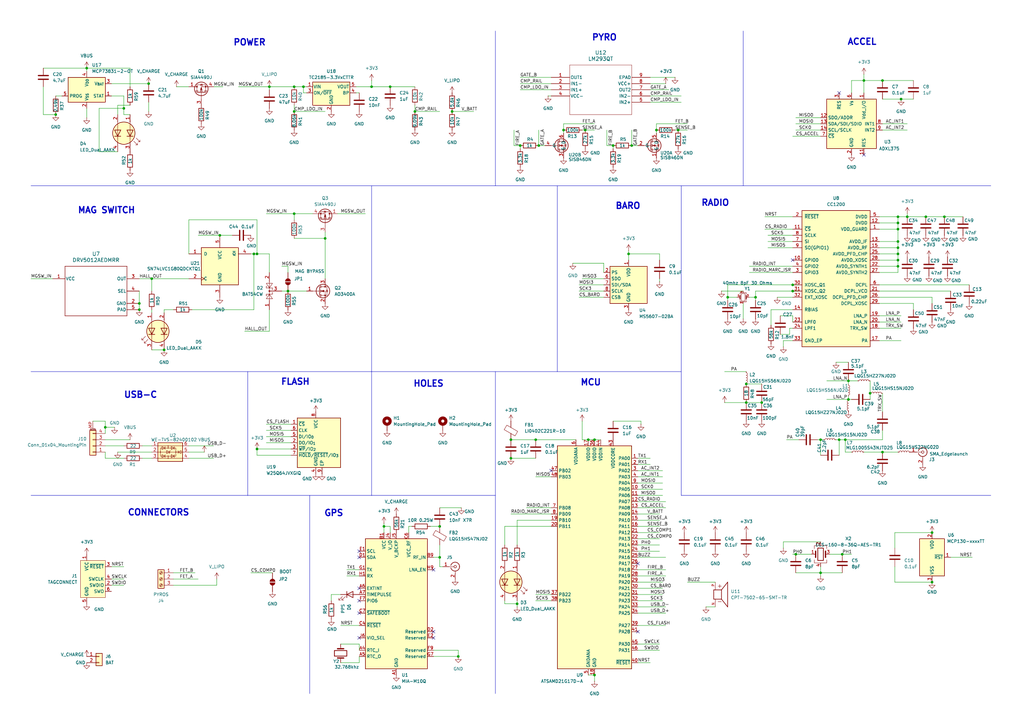
<source format=kicad_sch>
(kicad_sch (version 20250114) (generator "eeschema") (generator_version "9.0")
  (paper "A3")
  (text "FLASH" (at 121.158 156.718 0) (effects (font (size 2.54 2.54) (thickness 0.508) (bold yes))))
  (text "PYRO" (at 247.904 15.494 0) (effects (font (size 2.54 2.54) (thickness 0.508) (bold yes))))
  (text "MCU" (at 242.316 156.972 0) (effects (font (size 2.54 2.54) (thickness 0.508) (bold yes))))
  (text "USB-C\n" (at 57.658 162.052 0) (effects (font (size 2.54 2.54) (thickness 0.508) (bold yes))))
  (text "ACCEL\n" (at 353.568 17.272 0) (effects (font (size 2.54 2.54) (thickness 0.508) (bold yes))))
  (text "RADIO" (at 293.37 83.312 0) (effects (font (size 2.54 2.54) (thickness 0.508) (bold yes))))
  (text "BARO" (at 257.556 84.582 0) (effects (font (size 2.54 2.54) (thickness 0.508) (bold yes))))
  (text "CONNECTORS\n" (at 65.024 210.312 0) (effects (font (size 2.54 2.54) (thickness 0.508) (bold yes))))
  (text "GPS\n" (at 136.906 210.566 0) (effects (font (size 2.54 2.54) (thickness 0.508) (bold yes))))
  (text "MAG SWITCH" (at 43.688 86.36 0) (effects (font (size 2.54 2.54) (thickness 0.508) (bold yes))))
  (text "POWER\n" (at 102.362 17.526 0) (effects (font (size 2.54 2.54) (thickness 0.508) (bold yes))))
  (text "HOLES" (at 175.768 157.48 0) (effects (font (size 2.54 2.54) (thickness 0.508) (bold yes))))
  (junction (at 220.98 59.69))
  (junction (at 336.55 234.95))
  (junction (at 368.3 109.22))
  (junction (at 243.84 180.34))
  (junction (at 43.18 175.26))
  (junction (at 22.86 46.99))
  (junction (at 298.45 121.92))
  (junction (at 209.55 180.34))
  (junction (at 209.55 187.96))
  (junction (at 251.46 59.69))
  (junction (at 180.34 228.6))
  (junction (at 278.13 53.34))
  (junction (at 110.49 35.56))
  (junction (at 120.65 45.72))
  (junction (at 120.65 35.56))
  (junction (at 241.3 180.34))
  (junction (at 379.73 88.9))
  (junction (at 105.41 184.15))
  (junction (at 326.39 227.33))
  (junction (at 231.14 53.34))
  (junction (at 325.12 116.84))
  (junction (at 120.65 87.63))
  (junction (at 347.98 163.83))
  (junction (at 257.81 104.14))
  (junction (at 90.17 96.52))
  (junction (at 243.84 276.86))
  (junction (at 160.02 35.56))
  (junction (at 124.46 35.56))
  (junction (at 368.3 88.9))
  (junction (at 361.95 185.42))
  (junction (at 312.42 165.1))
  (junction (at 345.44 227.33))
  (junction (at 368.3 99.06))
  (junction (at 387.35 88.9))
  (junction (at 368.3 104.14))
  (junction (at 62.23 114.3))
  (junction (at 118.11 119.38))
  (junction (at 57.15 124.46))
  (junction (at 369.57 40.64))
  (junction (at 368.3 101.6))
  (junction (at 219.71 180.34))
  (junction (at 67.31 143.51))
  (junction (at 185.42 45.72))
  (junction (at 356.87 161.29))
  (junction (at 344.17 180.34))
  (junction (at 354.33 33.02))
  (junction (at 347.98 156.21))
  (junction (at 382.27 238.76))
  (junction (at 361.95 33.02))
  (junction (at 368.3 106.68))
  (junction (at 372.11 88.9))
  (junction (at 213.36 59.69))
  (junction (at 50.8 44.45))
  (junction (at 382.27 218.44))
  (junction (at 240.03 53.34))
  (junction (at 259.08 59.69))
  (junction (at 105.41 104.14))
  (junction (at 212.09 247.65))
  (junction (at 309.88 121.92))
  (junction (at 60.96 34.29))
  (junction (at 180.34 215.9))
  (junction (at 133.35 97.79))
  (junction (at 157.48 215.9))
  (junction (at 104.14 104.14))
  (junction (at 368.3 93.98))
  (junction (at 35.56 27.94))
  (junction (at 306.07 165.1))
  (junction (at 269.24 53.34))
  (junction (at 57.15 127))
  (junction (at 306.07 157.48))
  (junction (at 368.3 91.44))
  (junction (at 170.18 45.72))
  (junction (at 346.71 180.34))
  (junction (at 336.55 180.34))
  (junction (at 152.4 35.56))
  (junction (at 187.96 269.24))
  (junction (at 325.12 119.38))
  (no_connect (at 147.32 251.46))
  (no_connect (at 344.17 38.1))
  (no_connect (at 147.32 226.06))
  (no_connect (at 147.32 261.62))
  (no_connect (at 226.06 193.04))
  (no_connect (at 354.33 63.5))
  (no_connect (at 177.8 261.62))
  (no_connect (at 147.32 241.3))
  (no_connect (at 147.32 246.38))
  (no_connect (at 147.32 228.6))
  (no_connect (at 177.8 259.08))
  (no_connect (at 325.12 106.68))
  (no_connect (at 177.8 233.68))
  (no_connect (at 261.62 259.08))
  (no_connect (at 261.62 231.14))
  (wire (pts (xy 207.01 223.52) (xy 207.01 215.9)))
  (wire (pts (xy 35.56 27.94) (xy 35.56 29.21)))
  (wire (pts (xy 57.15 119.38) (xy 57.15 124.46)))
  (wire (pts (xy 306.07 165.1) (xy 312.42 165.1)))
  (wire (pts (xy 125.73 38.1) (xy 124.46 38.1)))
  (wire (pts (xy 57.15 114.3) (xy 62.23 114.3)))
  (wire (pts (xy 261.62 264.16) (xy 270.51 264.16)))
  (wire (pts (xy 321.31 222.25) (xy 321.31 224.79)))
  (wire (pts (xy 261.62 208.28) (xy 273.05 208.28)))
  (wire (pts (xy 342.9 148.59) (xy 347.98 148.59)))
  (wire (pts (xy 346.71 180.34) (xy 361.95 180.34)))
  (wire (pts (xy 360.68 106.68) (xy 368.3 106.68)))
  (wire (pts (xy 321.31 222.25) (xy 336.55 222.25)))
  (wire (pts (xy 261.62 195.58) (xy 271.78 195.58)))
  (wire (pts (xy 50.8 39.37) (xy 50.8 44.45)))
  (wire (pts (xy 259.08 53.34) (xy 259.08 59.69)))
  (wire (pts (xy 368.3 111.76) (xy 368.3 109.22)))
  (wire (pts (xy 48.26 43.18) (xy 48.26 46.99)))
  (wire (pts (xy 347.98 156.21) (xy 351.79 156.21)))
  (wire (pts (xy 177.8 266.7) (xy 187.96 266.7)))
  (wire (pts (xy 276.86 53.34) (xy 278.13 53.34)))
  (wire (pts (xy 360.68 139.7) (xy 369.57 139.7)))
  (wire (pts (xy 339.09 156.21) (xy 347.98 156.21)))
  (wire (pts (xy 212.09 247.65) (xy 212.09 248.92)))
  (wire (pts (xy 266.7 36.83) (xy 274.32 36.83)))
  (wire (pts (xy 53.34 27.94) (xy 35.56 27.94)))
  (wire (pts (xy 325.12 127) (xy 316.23 127)))
  (wire (pts (xy 105.41 184.15) (xy 119.38 184.15)))
  (wire (pts (xy 120.65 97.79) (xy 133.35 97.79)))
  (wire (pts (xy 115.57 109.22) (xy 118.11 109.22)))
  (wire (pts (xy 368.3 88.9) (xy 372.11 88.9)))
  (wire (pts (xy 45.72 34.29) (xy 60.96 34.29)))
  (wire (pts (xy 100.33 135.89) (xy 110.49 135.89)))
  (wire (pts (xy 361.95 40.64) (xy 369.57 40.64)))
  (wire (pts (xy 50.8 187.96) (xy 43.18 187.96)))
  (wire (pts (xy 261.62 218.44) (xy 270.51 218.44)))
  (wire (pts (xy 289.56 248.92) (xy 293.37 248.92)))
  (wire (pts (xy 209.55 210.82) (xy 226.06 210.82)))
  (wire (pts (xy 257.81 104.14) (xy 257.81 106.68)))
  (wire (pts (xy 261.62 271.78) (xy 266.7 271.78)))
  (wire (pts (xy 147.32 264.16) (xy 147.32 266.7)))
  (wire (pts (xy 323.85 134.62) (xy 323.85 137.16)))
  (wire (pts (xy 43.18 182.88) (xy 50.8 182.88)))
  (wire (pts (xy 119.38 186.69) (xy 105.41 186.69)))
  (wire (pts (xy 326.39 50.8) (xy 336.55 50.8)))
  (wire (pts (xy 176.53 215.9) (xy 180.34 215.9)))
  (wire (pts (xy 170.18 43.18) (xy 170.18 45.72)))
  (wire (pts (xy 147.32 269.24) (xy 147.32 271.78)))
  (wire (pts (xy 374.65 124.46) (xy 374.65 127)))
  (wire (pts (xy 298.45 121.92) (xy 302.26 121.92)))
  (wire (pts (xy 124.46 38.1) (xy 124.46 35.56)))
  (wire (pts (xy 266.7 31.75) (xy 276.86 31.75)))
  (wire (pts (xy 160.02 215.9) (xy 157.48 215.9)))
  (wire (pts (xy 354.33 30.48) (xy 354.33 33.02)))
  (wire (pts (xy 360.68 111.76) (xy 368.3 111.76)))
  (polyline (pts (xy 152.4 203.2) (xy 203.2 203.2)))
  (wire (pts (xy 105.41 104.14) (xy 110.49 104.14)))
  (wire (pts (xy 220.98 59.69) (xy 223.52 59.69)))
  (wire (pts (xy 231.14 53.34) (xy 231.14 50.8)))
  (wire (pts (xy 185.42 45.72) (xy 194.31 45.72)))
  (wire (pts (xy 281.94 238.76) (xy 293.37 238.76)))
  (wire (pts (xy 387.35 88.9) (xy 394.97 88.9)))
  (wire (pts (xy 110.49 35.56) (xy 120.65 35.56)))
  (wire (pts (xy 43.18 172.72) (xy 43.18 175.26)))
  (wire (pts (xy 360.68 104.14) (xy 368.3 104.14)))
  (wire (pts (xy 109.22 173.99) (xy 119.38 173.99)))
  (wire (pts (xy 360.68 119.38) (xy 389.89 119.38)))
  (wire (pts (xy 219.71 243.84) (xy 226.06 243.84)))
  (wire (pts (xy 325.12 129.54) (xy 320.04 129.54)))
  (wire (pts (xy 38.1 172.72) (xy 43.18 172.72)))
  (wire (pts (xy 360.68 129.54) (xy 369.57 129.54)))
  (wire (pts (xy 318.77 121.92) (xy 325.12 121.92)))
  (wire (pts (xy 262.89 172.72) (xy 262.89 173.99)))
  (wire (pts (xy 261.62 251.46) (xy 273.05 251.46)))
  (wire (pts (xy 104.14 127) (xy 104.14 104.14)))
  (wire (pts (xy 327.66 116.84) (xy 325.12 116.84)))
  (wire (pts (xy 22.86 39.37) (xy 25.4 39.37)))
  (wire (pts (xy 297.18 152.4) (xy 306.07 152.4)))
  (wire (pts (xy 109.22 176.53) (xy 119.38 176.53)))
  (wire (pts (xy 344.17 180.34) (xy 344.17 186.69)))
  (wire (pts (xy 314.96 99.06) (xy 325.12 99.06)))
  (wire (pts (xy 147.32 271.78) (xy 139.7 271.78)))
  (polyline (pts (xy 152.4 76.2) (xy 152.4 152.4)))
  (wire (pts (xy 102.87 234.95) (xy 111.76 234.95)))
  (wire (pts (xy 269.24 54.61) (xy 269.24 53.34)))
  (wire (pts (xy 212.09 246.38) (xy 212.09 247.65)))
  (wire (pts (xy 340.36 227.33) (xy 345.44 227.33)))
  (wire (pts (xy 248.92 59.69) (xy 251.46 59.69)))
  (wire (pts (xy 360.68 93.98) (xy 368.3 93.98)))
  (wire (pts (xy 247.65 111.76) (xy 247.65 107.95)))
  (wire (pts (xy 231.14 54.61) (xy 231.14 53.34)))
  (wire (pts (xy 180.34 228.6) (xy 180.34 232.41)))
  (wire (pts (xy 87.63 35.56) (xy 91.44 35.56)))
  (wire (pts (xy 207.01 247.65) (xy 212.09 247.65)))
  (wire (pts (xy 133.35 95.25) (xy 133.35 97.79)))
  (wire (pts (xy 251.46 59.69) (xy 251.46 60.96)))
  (wire (pts (xy 307.34 111.76) (xy 325.12 111.76)))
  (wire (pts (xy 207.01 246.38) (xy 207.01 247.65)))
  (wire (pts (xy 160.02 35.56) (xy 170.18 35.56)))
  (wire (pts (xy 369.57 40.64) (xy 374.65 40.64)))
  (wire (pts (xy 241.3 276.86) (xy 243.84 276.86)))
  (wire (pts (xy 261.62 210.82) (xy 270.51 210.82)))
  (wire (pts (xy 67.31 127) (xy 71.12 127)))
  (wire (pts (xy 261.62 220.98) (xy 270.51 220.98)))
  (wire (pts (xy 226.06 213.36) (xy 212.09 213.36)))
  (wire (pts (xy 142.24 233.68) (xy 147.32 233.68)))
  (wire (pts (xy 326.39 53.34) (xy 336.55 53.34)))
  (wire (pts (xy 382.27 218.44) (xy 367.03 218.44)))
  (wire (pts (xy 135.89 246.38) (xy 135.89 243.84)))
  (wire (pts (xy 309.88 121.92) (xy 309.88 123.19)))
  (wire (pts (xy 212.09 213.36) (xy 212.09 223.52)))
  (wire (pts (xy 360.68 124.46) (xy 374.65 124.46)))
  (wire (pts (xy 349.25 33.02) (xy 354.33 33.02)))
  (wire (pts (xy 309.88 119.38) (xy 309.88 121.92)))
  (wire (pts (xy 102.87 104.14) (xy 104.14 104.14)))
  (wire (pts (xy 60.96 41.91) (xy 60.96 45.72)))
  (wire (pts (xy 147.32 38.1) (xy 146.05 38.1)))
  (wire (pts (xy 266.7 34.29) (xy 273.05 34.29)))
  (wire (pts (xy 43.18 175.26) (xy 43.18 177.8)))
  (wire (pts (xy 261.62 215.9) (xy 270.51 215.9)))
  (wire (pts (xy 157.48 215.9) (xy 157.48 218.44)))
  (wire (pts (xy 261.62 200.66) (xy 271.78 200.66)))
  (wire (pts (xy 326.39 234.95) (xy 336.55 234.95)))
  (wire (pts (xy 247.65 107.95) (xy 234.95 107.95)))
  (wire (pts (xy 238.76 114.3) (xy 247.65 114.3)))
  (wire (pts (xy 77.47 182.88) (xy 87.63 182.88)))
  (wire (pts (xy 120.65 45.72) (xy 133.35 45.72)))
  (wire (pts (xy 367.03 232.41) (xy 367.03 238.76)))
  (wire (pts (xy 138.43 87.63) (xy 149.86 87.63)))
  (polyline (pts (xy 228.6 76.2) (xy 228.6 152.4)))
  (wire (pts (xy 17.78 46.99) (xy 22.86 46.99)))
  (wire (pts (xy 152.4 35.56) (xy 160.02 35.56)))
  (wire (pts (xy 177.8 228.6) (xy 180.34 228.6)))
  (wire (pts (xy 90.17 96.52) (xy 81.28 96.52)))
  (wire (pts (xy 344.17 180.34) (xy 346.71 180.34)))
  (wire (pts (xy 295.91 119.38) (xy 304.8 119.38)))
  (wire (pts (xy 238.76 53.34) (xy 240.03 53.34)))
  (wire (pts (xy 53.34 27.94) (xy 53.34 35.56)))
  (wire (pts (xy 346.71 185.42) (xy 346.71 180.34)))
  (wire (pts (xy 213.36 59.69) (xy 213.36 60.96)))
  (wire (pts (xy 325.12 132.08) (xy 325.12 129.54)))
  (wire (pts (xy 261.62 193.04) (xy 271.78 193.04)))
  (wire (pts (xy 372.11 87.63) (xy 372.11 88.9)))
  (wire (pts (xy 261.62 223.52) (xy 270.51 223.52)))
  (wire (pts (xy 88.9 240.03) (xy 71.12 240.03)))
  (wire (pts (xy 251.46 172.72) (xy 262.89 172.72)))
  (wire (pts (xy 336.55 234.95) (xy 336.55 236.22)))
  (wire (pts (xy 261.62 236.22) (xy 273.05 236.22)))
  (wire (pts (xy 97.79 35.56) (xy 110.49 35.56)))
  (wire (pts (xy 62.23 127) (xy 62.23 128.27)))
  (wire (pts (xy 349.25 38.1) (xy 349.25 33.02)))
  (wire (pts (xy 248.92 53.34) (xy 248.92 59.69)))
  (wire (pts (xy 210.82 59.69) (xy 213.36 59.69)))
  (wire (pts (xy 297.18 165.1) (xy 306.07 165.1)))
  (wire (pts (xy 110.49 127) (xy 110.49 135.89)))
  (wire (pts (xy 360.68 88.9) (xy 368.3 88.9)))
  (wire (pts (xy 124.46 35.56) (xy 125.73 35.56)))
  (polyline (pts (xy 12.7 76.2) (xy 203.2 76.2)))
  (wire (pts (xy 237.49 119.38) (xy 247.65 119.38)))
  (wire (pts (xy 356.87 161.29) (xy 356.87 163.83)))
  (wire (pts (xy 105.41 104.14) (xy 105.41 90.17)))
  (wire (pts (xy 219.71 195.58) (xy 226.06 195.58)))
  (wire (pts (xy 43.18 187.96) (xy 43.18 185.42)))
  (wire (pts (xy 270.51 115.57) (xy 270.51 114.3)))
  (wire (pts (xy 270.51 104.14) (xy 270.51 106.68)))
  (wire (pts (xy 167.64 218.44) (xy 167.64 215.9)))
  (wire (pts (xy 139.7 256.54) (xy 147.32 256.54)))
  (wire (pts (xy 152.4 33.02) (xy 152.4 35.56)))
  (wire (pts (xy 313.69 88.9) (xy 325.12 88.9)))
  (wire (pts (xy 261.62 256.54) (xy 273.05 256.54)))
  (wire (pts (xy 243.84 276.86) (xy 243.84 279.4)))
  (wire (pts (xy 261.62 241.3) (xy 271.78 241.3)))
  (wire (pts (xy 45.72 237.49) (xy 50.8 237.49)))
  (wire (pts (xy 40.64 44.45) (xy 50.8 44.45)))
  (wire (pts (xy 160.02 218.44) (xy 160.02 215.9)))
  (wire (pts (xy 180.34 208.28) (xy 189.23 208.28)))
  (wire (pts (xy 17.78 27.94) (xy 35.56 27.94)))
  (wire (pts (xy 240.03 53.34) (xy 243.84 53.34)))
  (wire (pts (xy 77.47 187.96) (xy 87.63 187.96)))
  (wire (pts (xy 368.3 88.9) (xy 368.3 91.44)))
  (wire (pts (xy 21.59 114.3) (xy 12.7 114.3)))
  (wire (pts (xy 347.98 162.56) (xy 347.98 163.83)))
  (wire (pts (xy 109.22 87.63) (xy 120.65 87.63)))
  (wire (pts (xy 261.62 205.74) (xy 273.05 205.74)))
  (wire (pts (xy 307.34 121.92) (xy 309.88 121.92)))
  (wire (pts (xy 349.25 185.42) (xy 346.71 185.42)))
  (wire (pts (xy 110.49 111.76) (xy 110.49 104.14)))
  (wire (pts (xy 368.3 104.14) (xy 368.3 101.6)))
  (wire (pts (xy 213.36 36.83) (xy 226.06 36.83)))
  (wire (pts (xy 146.05 35.56) (xy 152.4 35.56)))
  (wire (pts (xy 90.17 96.52) (xy 95.25 96.52)))
  (wire (pts (xy 261.62 187.96) (xy 266.7 187.96)))
  (wire (pts (xy 120.65 87.63) (xy 120.65 90.17)))
  (polyline (pts (xy 127 203.2) (xy 127 284.48)))
  (wire (pts (xy 210.82 53.34) (xy 210.82 59.69)))
  (wire (pts (xy 314.96 101.6) (xy 325.12 101.6)))
  (wire (pts (xy 215.9 208.28) (xy 226.06 208.28)))
  (wire (pts (xy 361.95 176.53) (xy 361.95 180.34)))
  (wire (pts (xy 133.35 97.79) (xy 133.35 114.3)))
  (wire (pts (xy 157.48 214.63) (xy 157.48 215.9)))
  (wire (pts (xy 382.27 121.92) (xy 382.27 124.46)))
  (wire (pts (xy 389.89 228.6) (xy 398.78 228.6)))
  (wire (pts (xy 224.79 39.37) (xy 226.06 39.37)))
  (wire (pts (xy 347.98 163.83) (xy 349.25 163.83)))
  (wire (pts (xy 367.03 218.44) (xy 367.03 224.79)))
  (wire (pts (xy 77.47 90.17) (xy 77.47 104.14)))
  (wire (pts (xy 115.57 119.38) (xy 118.11 119.38)))
  (wire (pts (xy 379.73 88.9) (xy 387.35 88.9)))
  (wire (pts (xy 142.24 236.22) (xy 147.32 236.22)))
  (wire (pts (xy 104.14 104.14) (xy 105.41 104.14)))
  (wire (pts (xy 372.11 88.9) (xy 379.73 88.9)))
  (wire (pts (xy 326.39 48.26) (xy 336.55 48.26)))
  (wire (pts (xy 360.68 101.6) (xy 368.3 101.6)))
  (wire (pts (xy 58.42 182.88) (xy 62.23 182.88)))
  (wire (pts (xy 237.49 116.84) (xy 247.65 116.84)))
  (wire (pts (xy 257.81 104.14) (xy 270.51 104.14)))
  (wire (pts (xy 368.3 109.22) (xy 368.3 106.68)))
  (wire (pts (xy 238.76 172.72) (xy 238.76 180.34)))
  (wire (pts (xy 261.62 246.38) (xy 271.78 246.38)))
  (polyline (pts (xy 203.2 76.2) (xy 304.8 76.2)))
  (wire (pts (xy 109.22 179.07) (xy 119.38 179.07)))
  (wire (pts (xy 71.12 237.49) (xy 81.28 237.49)))
  (wire (pts (xy 368.3 91.44) (xy 360.68 91.44)))
  (wire (pts (xy 209.55 187.96) (xy 219.71 187.96)))
  (wire (pts (xy 336.55 180.34) (xy 335.28 180.34)))
  (wire (pts (xy 367.03 238.76) (xy 382.27 238.76)))
  (wire (pts (xy 345.44 227.33) (xy 349.25 227.33)))
  (polyline (pts (xy 203.2 12.7) (xy 203.2 76.2)))
  (wire (pts (xy 231.14 50.8) (xy 243.84 50.8)))
  (wire (pts (xy 237.49 121.92) (xy 247.65 121.92)))
  (wire (pts (xy 209.55 180.34) (xy 219.71 180.34)))
  (wire (pts (xy 261.62 248.92) (xy 273.05 248.92)))
  (wire (pts (xy 257.81 102.87) (xy 257.81 104.14)))
  (wire (pts (xy 361.95 161.29) (xy 361.95 168.91)))
  (wire (pts (xy 326.39 227.33) (xy 332.74 227.33)))
  (wire (pts (xy 278.13 53.34) (xy 281.94 53.34)))
  (wire (pts (xy 304.8 124.46) (xy 304.8 130.81)))
  (wire (pts (xy 360.68 99.06) (xy 368.3 99.06)))
  (wire (pts (xy 105.41 90.17) (xy 77.47 90.17)))
  (wire (pts (xy 118.11 111.76) (xy 118.11 109.22)))
  (polyline (pts (xy 279.4 203.2) (xy 406.4 203.2)))
  (wire (pts (xy 322.58 180.34) (xy 327.66 180.34)))
  (wire (pts (xy 77.47 35.56) (xy 72.39 35.56)))
  (wire (pts (xy 219.71 180.34) (xy 236.22 180.34)))
  (wire (pts (xy 360.68 134.62) (xy 369.57 134.62)))
  (wire (pts (xy 50.8 44.45) (xy 50.8 46.99)))
  (wire (pts (xy 269.24 53.34) (xy 269.24 50.8)))
  (wire (pts (xy 109.22 181.61) (xy 119.38 181.61)))
  (wire (pts (xy 46.99 175.26) (xy 43.18 175.26)))
  (wire (pts (xy 71.12 234.95) (xy 80.01 234.95)))
  (polyline (pts (xy 228.6 152.4) (xy 279.4 152.4)))
  (wire (pts (xy 261.62 226.06) (xy 270.51 226.06)))
  (wire (pts (xy 368.3 99.06) (xy 368.3 93.98)))
  (wire (pts (xy 261.62 198.12) (xy 271.78 198.12)))
  (wire (pts (xy 57.15 124.46) (xy 57.15 127)))
  (wire (pts (xy 170.18 45.72) (xy 180.34 45.72)))
  (wire (pts (xy 118.11 119.38) (xy 125.73 119.38)))
  (wire (pts (xy 307.34 109.22) (xy 325.12 109.22)))
  (wire (pts (xy 325.12 119.38) (xy 309.88 119.38)))
  (polyline (pts (xy 228.6 152.4) (xy 152.4 152.4)))
  (wire (pts (xy 187.96 269.24) (xy 187.96 266.7)))
  (wire (pts (xy 220.98 53.34) (xy 220.98 59.69)))
  (polyline (pts (xy 279.4 76.2) (xy 279.4 203.2)))
  (polyline (pts (xy 101.6 152.4) (xy 101.6 203.2)))
  (wire (pts (xy 261.62 266.7) (xy 270.51 266.7)))
  (wire (pts (xy 261.62 203.2) (xy 271.78 203.2)))
  (wire (pts (xy 213.36 31.75) (xy 226.06 31.75)))
  (wire (pts (xy 266.7 39.37) (xy 279.4 39.37)))
  (wire (pts (xy 35.56 48.26) (xy 35.56 44.45)))
  (wire (pts (xy 368.3 101.6) (xy 368.3 99.06)))
  (wire (pts (xy 314.96 96.52) (xy 325.12 96.52)))
  (wire (pts (xy 336.55 180.34) (xy 336.55 186.69)))
  (wire (pts (xy 139.7 264.16) (xy 147.32 264.16)))
  (wire (pts (xy 261.62 238.76) (xy 271.78 238.76)))
  (polyline (pts (xy 101.6 203.2) (xy 152.4 203.2)))
  (wire (pts (xy 361.95 53.34) (xy 372.11 53.34)))
  (wire (pts (xy 62.23 119.38) (xy 62.23 114.3)))
  (wire (pts (xy 298.45 116.84) (xy 298.45 121.92)))
  (wire (pts (xy 356.87 156.21) (xy 356.87 161.29)))
  (wire (pts (xy 62.23 114.3) (xy 77.47 114.3)))
  (wire (pts (xy 259.08 59.69) (xy 261.62 59.69)))
  (wire (pts (xy 50.8 46.99) (xy 53.34 46.99)))
  (wire (pts (xy 207.01 215.9) (xy 226.06 215.9)))
  (wire (pts (xy 325.12 134.62) (xy 323.85 134.62)))
  (wire (pts (xy 325.12 116.84) (xy 298.45 116.84)))
  (wire (pts (xy 135.89 243.84) (xy 139.7 243.84)))
  (wire (pts (xy 120.65 43.18) (xy 120.65 45.72)))
  (wire (pts (xy 105.41 186.69) (xy 105.41 184.15)))
  (wire (pts (xy 361.95 33.02) (xy 374.65 33.02)))
  (wire (pts (xy 45.72 232.41) (xy 50.8 232.41)))
  (wire (pts (xy 266.7 41.91) (xy 279.4 41.91)))
  (wire (pts (xy 181.61 232.41) (xy 180.34 232.41)))
  (polyline (pts (xy 12.7 152.4) (xy 152.4 152.4)))
  (wire (pts (xy 45.72 39.37) (xy 50.8 39.37)))
  (wire (pts (xy 325.12 139.7) (xy 321.31 139.7)))
  (wire (pts (xy 361.95 185.42) (xy 368.3 185.42)))
  (wire (pts (xy 180.34 223.52) (xy 180.34 228.6)))
  (wire (pts (xy 48.26 62.23) (xy 40.64 62.23)))
  (wire (pts (xy 360.68 132.08) (xy 369.57 132.08)))
  (wire (pts (xy 360.68 116.84) (xy 397.51 116.84)))
  (wire (pts (xy 261.62 213.36) (xy 270.51 213.36)))
  (wire (pts (xy 261.62 243.84) (xy 271.78 243.84)))
  (wire (pts (xy 361.95 50.8) (xy 372.11 50.8)))
  (wire (pts (xy 241.3 180.34) (xy 243.84 180.34)))
  (wire (pts (xy 360.68 121.92) (xy 382.27 121.92)))
  (wire (pts (xy 238.76 180.34) (xy 241.3 180.34)))
  (wire (pts (xy 243.84 180.34) (xy 246.38 180.34)))
  (wire (pts (xy 17.78 35.56) (xy 17.78 46.99)))
  (wire (pts (xy 88.9 237.49) (xy 88.9 240.03)))
  (wire (pts (xy 261.62 228.6) (xy 273.05 228.6)))
  (wire (pts (xy 261.62 190.5) (xy 266.7 190.5)))
  (wire (pts (xy 62.23 143.51) (xy 67.31 143.51)))
  (wire (pts (xy 219.71 246.38) (xy 226.06 246.38)))
  (wire (pts (xy 177.8 269.24) (xy 187.96 269.24)))
  (wire (pts (xy 323.85 137.16) (xy 320.04 137.16)))
  (wire (pts (xy 306.07 157.48) (xy 312.42 157.48)))
  (wire (pts (xy 354.33 185.42) (xy 361.95 185.42)))
  (wire (pts (xy 120.65 87.63) (xy 128.27 87.63)))
  (wire (pts (xy 53.34 43.18) (xy 48.26 43.18)))
  (wire (pts (xy 327.66 119.38) (xy 325.12 119.38)))
  (wire (pts (xy 368.3 91.44) (xy 368.3 93.98)))
  (wire (pts (xy 213.36 34.29) (xy 226.06 34.29)))
  (polyline (pts (xy 152.4 152.4) (xy 152.4 203.2)))
  (polyline (pts (xy 203.2 152.4) (xy 203.2 284.48)))
  (wire (pts (xy 77.47 185.42) (xy 83.82 185.42)))
  (wire (pts (xy 360.68 109.22) (xy 368.3 109.22)))
  (wire (pts (xy 368.3 106.68) (xy 368.3 104.14)))
  (wire (pts (xy 336.55 232.41) (xy 336.55 234.95)))
  (wire (pts (xy 120.65 35.56) (xy 124.46 35.56)))
  (wire (pts (xy 339.09 163.83) (xy 347.98 163.83)))
  (wire (pts (xy 347.98 156.21) (xy 347.98 157.48)))
  (wire (pts (xy 316.23 127) (xy 316.23 133.35)))
  (wire (pts (xy 342.9 180.34) (xy 344.17 180.34)))
  (wire (pts (xy 78.74 127) (xy 104.14 127)))
  (wire (pts (xy 354.33 33.02) (xy 361.95 33.02)))
  (wire (pts (xy 45.72 240.03) (xy 50.8 240.03)))
  (wire (pts (xy 354.33 33.02) (xy 354.33 38.1)))
  (wire (pts (xy 313.69 93.98) (xy 325.12 93.98)))
  (wire (pts (xy 261.62 233.68) (xy 273.05 233.68)))
  (wire (pts (xy 167.64 215.9) (xy 168.91 215.9)))
  (wire (pts (xy 336.55 234.95) (xy 345.44 234.95)))
  (wire (pts (xy 62.23 185.42) (xy 48.26 185.42)))
  (wire (pts (xy 40.64 62.23) (xy 40.64 44.45)))
  (wire (pts (xy 337.82 180.34) (xy 336.55 180.34)))
  (polyline (pts (xy 304.8 76.2) (xy 406.4 76.2)))
  (wire (pts (xy 110.49 35.56) (xy 110.49 36.83)))
  (wire (pts (xy 269.24 50.8) (xy 281.94 50.8)))
  (wire (pts (xy 43.18 180.34) (xy 53.34 180.34)))
  (wire (pts (xy 58.42 187.96) (xy 62.23 187.96)))
  (wire (pts (xy 325.12 227.33) (xy 326.39 227.33)))
  (wire (pts (xy 321.31 139.7) (xy 321.31 142.24)))
  (wire (pts (xy 67.31 127) (xy 67.31 128.27)))
  (polyline (pts (xy 304.8 12.7) (xy 304.8 76.2)))
  (wire (pts (xy 325.12 55.88) (xy 336.55 55.88)))
  (wire (pts (xy 298.45 123.19) (xy 298.45 121.92)))
  (polyline (pts (xy 12.7 203.2) (xy 101.6 203.2)))
  (label "SWDIO" (at 264.16 266.7 0))
  (label "BUZZ" (at 281.94 238.76 0))
  (label "MISO5" (at 316.23 101.6 0))
  (label "CS_FLASH" (at 109.22 173.99 0))
  (label "SENSE_A" (at 238.76 53.34 0))
  (label "MGSW_IN" (at 115.57 109.22 0))
  (label "MOSI5" (at 316.23 99.06 0))
  (label "FET_B" (at 73.66 234.95 0))
  (label "CS_COMP0" (at 102.87 234.95 0))
  (label "V_BATT" (at 189.23 45.72 0))
  (label "SCK3" (at 266.7 246.38 0))
  (label "MISO5" (at 110.49 181.61 0))
  (label "SENSE_B" (at 265.43 215.9 0))
  (label "NRST" (at 139.7 256.54 0))
  (label "SENSE_A" (at 265.43 213.36 0))
  (label "RX1" (at 261.62 190.5 0))
  (label "MOSI0" (at 262.89 198.12 0))
  (label "SWCLK" (at 264.16 264.16 0))
  (label "NRST" (at 45.72 232.41 0))
  (label "SCK5" (at 316.23 96.52 0))
  (label "USB_D-" (at 266.7 248.92 0))
  (label "SCK5" (at 219.71 246.38 0))
  (label "USB_D-" (at 85.09 182.88 0))
  (label "LNA_N" (at 363.22 132.08 0))
  (label "MGSW_IN" (at 109.22 87.63 0))
  (label "CS_ACCEL" (at 326.39 55.88 0))
  (label "SWCLK" (at 45.72 237.49 0))
  (label "CS_BARO" (at 237.49 121.92 0))
  (label "FIRE_B" (at 251.46 59.69 90))
  (label "FET_A" (at 73.66 237.49 0))
  (label "TRX_SW" (at 361.95 168.91 90))
  (label "TX1" (at 142.24 233.68 0))
  (label "FIRE_A" (at 265.43 236.22 0))
  (label "SCK3" (at 237.49 119.38 0))
  (label "NRST" (at 393.7 228.6 0))
  (label "FET_A" (at 238.76 50.8 0))
  (label "MOSI0" (at 327.66 50.8 0))
  (label "CMP_RAIL" (at 170.18 45.72 0))
  (label "MGSW_OUT" (at 139.7 87.63 0))
  (label "PH1" (at 262.89 226.06 0))
  (label "MGSW_IN" (at 12.7 114.3 0))
  (label "PH1" (at 345.44 227.33 0))
  (label "RX1" (at 142.24 236.22 0))
  (label "USB_D+" (at 266.7 251.46 0))
  (label "CMP_LDO_IN" (at 266.7 41.91 0))
  (label "MGSW_OUT" (at 97.79 35.56 0))
  (label "MGSW_IN" (at 87.63 35.56 0))
  (label "RADIO_MARC_ISR" (at 308.61 111.76 0))
  (label "CS_COMP0" (at 265.43 220.98 0))
  (label "PA" (at 322.58 180.34 0))
  (label "USB_D+" (at 85.09 187.96 0))
  (label "LNA_N" (at 341.63 156.21 0))
  (label "LNA_P" (at 363.22 129.54 0))
  (label "CS_RADIO" (at 313.69 93.98 0))
  (label "FET_B" (at 276.86 50.8 0))
  (label "CMP_RAIL" (at 213.36 34.29 0))
  (label "HALL_OUT" (at 57.15 114.3 0))
  (label "LNA_P" (at 341.63 163.83 0))
  (label "CS_COMP1" (at 265.43 218.44 0))
  (label "RADIO_INT" (at 215.9 208.28 0))
  (label "MISO0" (at 262.89 203.2 0))
  (label "MISO3" (at 266.7 238.76 0))
  (label "MISO3" (at 238.76 114.3 0))
  (label "PH0" (at 262.89 223.52 0))
  (label "GATE_A" (at 223.52 59.69 90))
  (label "V_BATT" (at 265.43 210.82 0))
  (label "RADIO_INT" (at 308.61 109.22 0))
  (label "SCK5" (at 110.49 176.53 0))
  (label "TRX_SW" (at 363.22 134.62 0))
  (label "RADIO_MARC_ISR" (at 209.55 210.82 0))
  (label "BUZZ" (at 261.62 228.6 0))
  (label "PA" (at 363.22 139.7 0))
  (label "SWDIO" (at 45.72 240.03 0))
  (label "TX1" (at 261.62 187.96 0))
  (label "FIRE_B" (at 265.43 233.68 0))
  (label "CMP_LDO_IN" (at 120.65 45.72 0))
  (label "MOSI5" (at 219.71 243.84 0))
  (label "CMP_RAIL" (at 266.7 39.37 0))
  (label "HALL_OUT" (at 100.33 135.89 0))
  (label "MOSI3" (at 266.7 243.84 0))
  (label "AC_INT2" (at 363.22 53.34 0))
  (label "NRST" (at 261.62 271.78 0))
  (label "GATE_B" (at 213.36 31.75 0))
  (label "NRST" (at 313.69 88.9 0))
  (label "CMP_LDO_IN" (at 213.36 36.83 0))
  (label "CS_ACCEL" (at 262.89 208.28 0))
  (label "CS_BARO" (at 266.7 241.3 0))
  (label "AC_INT2" (at 262.89 193.04 0))
  (label "FIRE_A" (at 213.36 59.69 90))
  (label "SCK0" (at 262.89 200.66 0))
  (label "SCK0" (at 327.66 53.34 0))
  (label "CS_FLASH" (at 265.43 256.54 0))
  (label "PH0" (at 325.12 227.33 0))
  (label "GATE_B" (at 261.62 59.69 90))
  (label "PA" (at 299.72 152.4 0))
  (label "MOSI3" (at 237.49 116.84 0))
  (label "MISO5" (at 219.71 195.58 0))
  (label "CS_RADIO" (at 261.62 205.74 0))
  (label "MISO0" (at 327.66 48.26 0))
  (label "MGSW_IN" (at 81.28 96.52 0))
  (label "GATE_A" (at 266.7 36.83 0))
  (label "AC_INT1" (at 262.89 195.58 0))
  (label "SENSE_B" (at 276.86 53.34 0))
  (label "MOSI5" (at 110.49 179.07 0))
  (label "AC_INT1" (at 363.22 50.8 0))
  (symbol (lib_id "Device:C") (at 345.44 231.14 180) (unit 1)
    (property "Reference" "C5" (at 349.25 229.8699 0) (effects (justify right)))
    (property "Value" "8pF" (at 349.25 232.4099 0) (effects (justify right)))
    (property "Footprint" "Capacitor_SMD:C_0402_1005Metric" (effects (hide yes)))
    (property "Description" "Unpolarized capacitor" (effects (hide yes)))
  )
  (symbol (lib_id "power:+3V3") (at 209.55 172.72 0) (unit 1)
    (property "Reference" "#PWR048" (effects (hide yes)))
    (property "Value" "+3V3" (at 209.55 168.148 0))
    (property "Description" "Power symbol creates a global label with name \"+3V3\"" (effects (hide yes)))
  )
  (symbol (lib_id "power:VDD") (at 60.96 34.29 0) (unit 1)
    (property "Reference" "#PWR085" (effects (hide yes)))
    (property "Value" "V_CHARGE" (at 60.96 29.21 0))
    (property "Description" "Power symbol creates a global label with name \"VDD\"" (effects (hide yes)))
  )
  (symbol (lib_id "power:GND") (at 388.62 113.03 0) (unit 1)
    (property "Reference" "#PWR0105" (effects (hide yes)))
    (property "Value" "GND" (at 392.176 115.062 0))
    (property "Description" "Power symbol creates a global label with name \"GND\" , ground" (effects (hide yes)))
  )
  (symbol (lib_id "MCU_Microchip_SAMD:ATSAMD21G17D-A") (at 243.84 228.6 0) (mirror y) (unit 1)
    (property "Reference" "U9" (at 239.1567 276.86 0) (effects (justify left)))
    (property "Value" "ATSAMD21G17D-A" (at 239.1567 279.4 0) (effects (justify left)))
    (property "Footprint" "Package_QFP:TQFP-48_7x7mm_P0.5mm" (effects (hide yes)))
    (property "Datasheet" "http://ww1.microchip.com/downloads/en/DeviceDoc/SAM_D21_DA1_Family_Data%20Sheet_DS40001882E.pdf" (effects (hide yes)))
    (property "Description" "SAM D21 Microchip SMART ARM-based Flash MCU, 48Mhz, 128K Flash w/ 4K RWW, 16K SRAM, TQFP-48" (effects (hide yes)))
  )
  (symbol (lib_id "Connector_Generic:Conn_01x02") (at 40.64 269.24 0) (unit 1)
    (property "Reference" "J6" (at 43.18 269.2399 0) (effects (justify left)))
    (property "Value" "BAT" (at 43.18 271.7799 0) (effects (justify left)))
    (property "Footprint" "Connector_JST:JST_PH_B2B-PH-K_1x02_P2.00mm_Vertical" (effects (hide yes)))
    (property "Description" "Generic connector, single row, 01x02, script generated (kicad-library-utils/schlib/autogen/connector/)" (effects (hide yes)))
  )
  (symbol (lib_id "FCU2025:CPT-7502-65-SMT-TR") (at 295.91 243.84 0) (unit 1)
    (property "Reference" "U11" (at 299.72 242.5699 0) (effects (justify left)))
    (property "Value" "CPT-7502-65-SMT-TR" (at 299.72 245.1099 0) (effects (justify left)))
    (property "Footprint" "FCU2025Lib:XDCR_CPT-7502-65-SMT-TR" (effects (hide yes)))
    (property "PARTREV" "1.0" (effects (hide yes)))
    (property "STANDARD" "Manufacturer Recommendations" (effects (hide yes)))
    (property "MAXIMUM_PACKAGE_HEIGHT" "2.5mm" (effects (hide yes)))
    (property "MANUFACTURER" "Same Sky" (effects (hide yes)))
  )
  (symbol (lib_id "power:GND") (at 133.35 124.46 0) (unit 1)
    (property "Reference" "#PWR0146" (effects (hide yes)))
    (property "Value" "GND" (at 133.35 129.54 0))
    (property "Description" "Power symbol creates a global label with name \"GND\" , ground" (effects (hide yes)))
  )
  (symbol (lib_id "Power_Protection:WE-TVS-82400102") (at 69.85 185.42 0) (unit 1)
    (property "Reference" "U2" (at 70.866 178.562 0))
    (property "Value" "WE-TVS-82400102" (at 71.374 180.34 0))
    (property "Footprint" "Package_TO_SOT_SMD:SOT-23-6" (effects (hide yes)))
    (property "Datasheet" "https://www.we-online.com/components/products/datasheet/82400102.pdf" (effects (hide yes)))
    (property "Description" "Low Capacitance TVS Diode Array, 2 Channels, SOT-23-6" (effects (hide yes)))
  )
  (symbol (lib_id "power:GND") (at 57.15 127 0) (unit 1)
    (property "Reference" "#PWR0147" (effects (hide yes)))
    (property "Value" "GND" (at 57.15 132.08 0))
    (property "Description" "Power symbol creates a global label with name \"GND\" , ground" (effects (hide yes)))
  )
  (symbol (lib_id "Device:C") (at 99.06 96.52 270) (unit 1)
    (property "Reference" "C44" (at 97.79 92.964 90) (effects (justify right)))
    (property "Value" "0.1uF" (at 104.394 92.964 90) (effects (justify right)))
    (property "Footprint" "Capacitor_SMD:C_0402_1005Metric" (effects (hide yes)))
    (property "Description" "Unpolarized capacitor" (effects (hide yes)))
  )
  (symbol (lib_id "Device:C") (at 361.95 172.72 0) (unit 1)
    (property "Reference" "C38" (at 360.934 177.038 0) (effects (justify right)))
    (property "Value" "5.1pF" (at 360.934 175.006 0) (effects (justify right)))
    (property "Footprint" "Capacitor_SMD:C_0402_1005Metric" (effects (hide yes)))
    (property "Description" "Unpolarized capacitor" (effects (hide yes)))
  )
  (symbol (lib_id "power:GND") (at 321.31 142.24 0) (unit 1)
    (property "Reference" "#PWR039" (effects (hide yes)))
    (property "Value" "GND" (at 321.31 147.32 0))
    (property "Description" "Power symbol creates a global label with name \"GND\" , ground" (effects (hide yes)))
  )
  (symbol (lib_id "Device:L_Small") (at 306.07 154.94 0) (unit 1)
    (property "Reference" "L2" (at 307.34 153.6699 0) (effects (justify left)))
    (property "Value" "LQG15HS56NJ02D" (at 307.34 156.2099 0) (effects (justify left)))
    (property "Footprint" "Inductor_SMD:L_0402_1005Metric" (effects (hide yes)))
    (property "Description" "Inductor, small symbol" (effects (hide yes)))
  )
  (symbol (lib_id "Device:R") (at 251.46 64.77 180) (unit 1)
    (property "Reference" "R19" (at 254 65.024 90))
    (property "Value" "3.3k" (at 251.46 64.77 90))
    (property "Footprint" "Resistor_SMD:R_0402_1005Metric" (effects (hide yes)))
    (property "Description" "Resistor" (effects (hide yes)))
  )
  (symbol (lib_id "Device:C") (at 309.88 127 180) (unit 1)
    (property "Reference" "C25" (at 310.388 124.46 0) (effects (justify right)))
    (property "Value" "10pF" (at 310.388 129.54 0) (effects (justify right)))
    (property "Footprint" "Capacitor_SMD:C_0402_1005Metric" (effects (hide yes)))
    (property "Description" "Unpolarized capacitor" (effects (hide yes)))
  )
  (symbol (lib_id "RF_GPS:MIA-M10Q") (at 162.56 248.92 0) (unit 1)
    (property "Reference" "U1" (at 164.7033 276.86 0) (effects (justify left)))
    (property "Value" "MIA-M10Q" (at 164.7033 279.4 0) (effects (justify left)))
    (property "Footprint" "Package_LGA:ublox_LGA-53_4.5x4.5mm_Layout9x9_P0.5mm" (effects (hide yes)))
    (property "Datasheet" "https://content.u-blox.com/sites/default/files/documents/MIA-M10Q_DataSheet_UBX-22015849.pdf" (effects (hide yes)))
    (property "Description" "GNSS receiver module (GPS, Galileo, GLONASS, BeiDou), I2C / UART interface, LGA-53 (MIA M-LGA53)" (effects (hide yes)))
  )
  (symbol (lib_id "Device:C") (at 320.04 133.35 180) (unit 1)
    (property "Reference" "C27" (at 321.056 129.032 0) (effects (justify right)))
    (property "Value" "1.8nF" (at 320.294 138.176 0) (effects (justify right)))
    (property "Footprint" "Capacitor_SMD:C_0402_1005Metric" (effects (hide yes)))
    (property "Description" "Unpolarized capacitor" (effects (hide yes)))
  )
  (symbol (lib_id "Device:C") (at 280.67 222.25 180) (unit 1)
    (property "Reference" "C19" (at 284.48 220.9799 0) (effects (justify right)))
    (property "Value" "0.1uF" (at 284.48 223.5199 0) (effects (justify right)))
    (property "Footprint" "Capacitor_SMD:C_0402_1005Metric" (effects (hide yes)))
    (property "Description" "Unpolarized capacitor" (effects (hide yes)))
  )
  (symbol (lib_id "Device:Crystal_GND24") (at 336.55 227.33 0) (unit 1)
    (property "Reference" "X2" (at 347.98 220.9098 0))
    (property "Value" "ECS-160-8-36Q-AES-TR1" (at 347.98 223.4498 0))
    (property "Footprint" "Crystal:Crystal_SMD_2520-4Pin_2.5x2.0mm" (effects (hide yes)))
    (property "Description" "Four pin crystal, GND on pins 2 and 4" (effects (hide yes)))
  )
  (symbol (lib_id "Device:R") (at 74.93 127 270) (unit 1)
    (property "Reference" "R51" (at 75.184 124.46 90))
    (property "Value" "1k" (at 74.93 127 90))
    (property "Footprint" "Resistor_SMD:R_0201_0603Metric" (effects (hide yes)))
    (property "Description" "Resistor" (effects (hide yes)))
  )
  (symbol (lib_id "Device:L_Small") (at 347.98 166.37 180) (unit 1)
    (property "Reference" "L4" (at 343.916 167.386 0))
    (property "Value" "LQG15HZ27NJ02D" (at 338.836 169.164 0))
    (property "Footprint" "Inductor_SMD:L_0402_1005Metric" (effects (hide yes)))
    (property "Description" "Inductor, small symbol" (effects (hide yes)))
  )
  (symbol (lib_id "Device:Crystal") (at 139.7 267.97 90) (unit 1)
    (property "Reference" "Y2" (at 136.652 271.272 90) (effects (justify right)))
    (property "Value" "32.768khz" (at 137.16 273.558 90) (effects (justify right)))
    (property "Footprint" "Crystal:Crystal_SMD_MicroCrystal_CM9V-T1A-2Pin_1.6x1.0mm" (effects (hide yes)))
    (property "Description" "Two pin crystal" (effects (hide yes)))
  )
  (symbol (lib_id "Device:FerriteBead") (at 209.55 176.53 180) (unit 1)
    (property "Reference" "FB1" (at 215.138 174.244 0) (effects (justify right)))
    (property "Value" "LI0402C221R-10" (at 215.138 176.784 0) (effects (justify right)))
    (property "Footprint" "Inductor_SMD:L_0402_1005Metric" (effects (hide yes)))
    (property "Description" "Ferrite bead" (effects (hide yes)))
  )
  (symbol (lib_id "Device:R") (at 185.42 49.53 180) (unit 1)
    (property "Reference" "R47" (at 187.96 49.784 90))
    (property "Value" "10k" (at 185.42 49.53 90))
    (property "Footprint" "Resistor_SMD:R_0201_0603Metric" (effects (hide yes)))
    (property "Description" "Resistor" (effects (hide yes)))
  )
  (symbol (lib_id "Device:LED_Dual_AAKK") (at 50.8 54.61 270) (unit 1)
    (property "Reference" "D4" (at 32.766 58.928 90) (effects (justify left)))
    (property "Value" "LED_Dual_AAKK" (at 32.766 61.468 90) (effects (justify left)))
    (property "Footprint" "FCU2025Lib:DualLED0606" (effects (hide yes)))
    (property "Description" "Dual LED, cathodes on pins 3 and 4" (effects (hide yes)))
  )
  (symbol (lib_id "Device:R") (at 240.03 57.15 180) (unit 1)
    (property "Reference" "R15" (at 242.57 57.404 90))
    (property "Value" "27k" (at 240.03 57.15 90))
    (property "Footprint" "Resistor_SMD:R_0402_1005Metric" (effects (hide yes)))
    (property "Description" "Resistor" (effects (hide yes)))
  )
  (symbol (lib_id "Device:R") (at 255.27 59.69 270) (unit 1)
    (property "Reference" "R5" (at 255.524 57.15 90))
    (property "Value" "1k" (at 255.27 59.69 90))
    (property "Footprint" "Resistor_SMD:R_0201_0603Metric" (effects (hide yes)))
    (property "Description" "Resistor" (effects (hide yes)))
  )
  (symbol (lib_id "Device:C") (at 387.35 92.71 180) (unit 1)
    (property "Reference" "C48" (at 387.858 90.424 0) (effects (justify right)))
    (property "Value" "47nF" (at 388.112 95.504 0) (effects (justify right)))
    (property "Footprint" "Capacitor_SMD:C_0201_0603Metric" (effects (hide yes)))
    (property "Description" "Unpolarized capacitor" (effects (hide yes)))
  )
  (symbol (lib_id "power:GND") (at 110.49 44.45 0) (unit 1)
    (property "Reference" "#PWR092" (effects (hide yes)))
    (property "Value" "GND" (at 110.49 49.53 0))
    (property "Description" "Power symbol creates a global label with name \"GND\" , ground" (effects (hide yes)))
  )
  (symbol (lib_id "Device:R") (at 207.01 227.33 180) (unit 1)
    (property "Reference" "R2" (at 209.55 227.584 90))
    (property "Value" "1k" (at 207.01 227.33 90))
    (property "Footprint" "Resistor_SMD:R_0201_0603Metric" (effects (hide yes)))
    (property "Description" "Resistor" (effects (hide yes)))
  )
  (symbol (lib_id "power:VDD") (at 185.42 38.1 0) (unit 1)
    (property "Reference" "#PWR0122" (effects (hide yes)))
    (property "Value" "V_LIPO" (at 185.42 33.02 0))
    (property "Description" "Power symbol creates a global label with name \"VDD\"" (effects (hide yes)))
  )
  (symbol (lib_id "power:+3V3") (at 382.27 218.44 0) (unit 1)
    (property "Reference" "#PWR031" (effects (hide yes)))
    (property "Value" "+3V3" (at 382.27 213.868 0))
    (property "Description" "Power symbol creates a global label with name \"+3V3\"" (effects (hide yes)))
  )
  (symbol (lib_id "Device:C") (at 60.96 38.1 180) (unit 1)
    (property "Reference" "C21" (at 64.77 36.8299 0) (effects (justify right)))
    (property "Value" "4.7uF" (at 64.77 39.3699 0) (effects (justify right)))
    (property "Footprint" "Capacitor_SMD:C_0402_1005Metric" (effects (hide yes)))
    (property "Description" "Unpolarized capacitor" (effects (hide yes)))
  )
  (symbol (lib_id "power:GND") (at 213.36 68.58 0) (unit 1)
    (property "Reference" "#PWR062" (effects (hide yes)))
    (property "Value" "GND" (at 213.36 73.66 0))
    (property "Description" "Power symbol creates a global label with name \"GND\" , ground" (effects (hide yes)))
  )
  (symbol (lib_id "power:+3V3") (at 388.62 105.41 0) (unit 1)
    (property "Reference" "#PWR0114" (effects (hide yes)))
    (property "Value" "+3V3" (at 388.62 100.33 0))
    (property "Description" "Power symbol creates a global label with name \"+3V3\"" (effects (hide yes)))
  )
  (symbol (lib_id "Device:L_Small") (at 351.79 185.42 90) (unit 1)
    (property "Reference" "L7" (at 348.488 181.61 90))
    (property "Value" "MLG1005S43NJTD25" (at 356.616 183.642 90))
    (property "Footprint" "Inductor_SMD:L_0402_1005Metric" (effects (hide yes)))
    (property "Description" "Inductor, small symbol" (effects (hide yes)))
  )
  (symbol (lib_id "Device:L_Small") (at 340.36 180.34 90) (unit 1)
    (property "Reference" "L6" (at 340.36 176.53 90))
    (property "Value" "LQG15HS15NJ02D" (at 347.218 178.308 90))
    (property "Footprint" "Inductor_SMD:L_0402_1005Metric" (effects (hide yes)))
    (property "Description" "Inductor, small symbol" (effects (hide yes)))
  )
  (symbol (lib_id "power:GND") (at 309.88 130.81 0) (unit 1)
    (property "Reference" "#PWR0103" (effects (hide yes)))
    (property "Value" "GND" (at 309.88 135.89 0))
    (property "Description" "Power symbol creates a global label with name \"GND\" , ground" (effects (hide yes)))
  )
  (symbol (lib_id "power:GND") (at 306.07 172.72 0) (unit 1)
    (property "Reference" "#PWR0115" (effects (hide yes)))
    (property "Value" "GND" (at 306.07 177.8 0))
    (property "Description" "Power symbol creates a global label with name \"GND\" , ground" (effects (hide yes)))
  )
  (symbol (lib_id "power:GND") (at 158.75 176.53 0) (unit 1)
    (property "Reference" "#PWR016" (effects (hide yes)))
    (property "Value" "GND" (at 158.75 181.61 0))
    (property "Description" "Power symbol creates a global label with name \"GND\" , ground" (effects (hide yes)))
  )
  (symbol (lib_id "power:+3V3") (at 280.67 218.44 0) (unit 1)
    (property "Reference" "#PWR051" (effects (hide yes)))
    (property "Value" "+3V3" (at 280.67 213.868 0))
    (property "Description" "Power symbol creates a global label with name \"+3V3\"" (effects (hide yes)))
  )
  (symbol (lib_id "Device:C") (at 394.97 92.71 180) (unit 1)
    (property "Reference" "C49" (at 395.478 90.424 0) (effects (justify right)))
    (property "Value" "47nF" (at 395.732 95.504 0) (effects (justify right)))
    (property "Footprint" "Capacitor_SMD:C_0201_0603Metric" (effects (hide yes)))
    (property "Description" "Unpolarized capacitor" (effects (hide yes)))
  )
  (symbol (lib_id "Power_Supervisor:MCP130-xxxxTT") (at 382.27 228.6 0) (unit 1)
    (property "Reference" "U6" (at 391.414 219.456 0) (effects (justify right)))
    (property "Value" "MCP130-xxxxTT" (at 403.86 221.996 0) (effects (justify right)))
    (property "Footprint" "Package_TO_SOT_SMD:SOT-23" (effects (hide yes)))
    (property "Datasheet" "http://ww1.microchip.com/downloads/en/DeviceDoc/11184d.pdf" (effects (hide yes)))
    (property "Description" "Microcontroller supervisory circuit with internal 5 kΩ pull-up, SOT-23" (effects (hide yes)))
  )
  (symbol (lib_id "Device:R") (at 54.61 182.88 90) (unit 1)
    (property "Reference" "R9" (at 54.356 185.42 90))
    (property "Value" "22" (at 54.61 182.88 90))
    (property "Footprint" "Resistor_SMD:R_0201_0603Metric" (effects (hide yes)))
    (property "Description" "Resistor" (effects (hide yes)))
  )
  (symbol (lib_id "power:GND") (at 374.65 134.62 0) (unit 1)
    (property "Reference" "#PWR0112" (effects (hide yes)))
    (property "Value" "GND" (at 378.714 136.144 0))
    (property "Description" "Power symbol creates a global label with name \"GND\" , ground" (effects (hide yes)))
  )
  (symbol (lib_id "power:GND") (at 82.55 50.8 0) (unit 1)
    (property "Reference" "#PWR0140" (effects (hide yes)))
    (property "Value" "GND" (at 82.55 55.88 0))
    (property "Description" "Power symbol creates a global label with name \"GND\" , ground" (effects (hide yes)))
  )
  (symbol (lib_id "power:GND") (at 269.24 64.77 0) (unit 1)
    (property "Reference" "#PWR059" (effects (hide yes)))
    (property "Value" "GND" (at 269.24 69.85 0))
    (property "Description" "Power symbol creates a global label with name \"GND\" , ground" (effects (hide yes)))
  )
  (symbol (lib_id "power:GND") (at 129.54 194.31 0) (unit 1)
    (property "Reference" "#PWR036" (effects (hide yes)))
    (property "Value" "GND" (at 125.984 196.342 0))
    (property "Description" "Power symbol creates a global label with name \"GND\" , ground" (effects (hide yes)))
  )
  (symbol (lib_id "Device:R") (at 120.65 93.98 180) (unit 1)
    (property "Reference" "R53" (at 123.19 94.234 90))
    (property "Value" "100k" (at 120.65 93.98 90))
    (property "Footprint" "Resistor_SMD:R_0201_0603Metric" (effects (hide yes)))
    (property "Description" "Resistor" (effects (hide yes)))
  )
  (symbol (lib_id "power:+3V3") (at 354.33 30.48 0) (unit 1)
    (property "Reference" "#PWR018" (effects (hide yes)))
    (property "Value" "+3V3" (at 354.33 25.4 0))
    (property "Description" "Power symbol creates a global label with name \"+3V3\"" (effects (hide yes)))
  )
  (symbol (lib_id "FCU2025:SI7232DN") (at 231.14 59.69 0) (unit 2)
    (property "Reference" "U20" (at 233.172 63.5 0) (effects (justify left)))
    (property "Value" "SISB46DN" (at 233.172 65.4051 0) (effects (justify left)))
    (property "Footprint" "FCU2025Lib:PowerPak1212-8-Dual" (effects (hide yes)))
  )
  (symbol (lib_id "power:GND") (at 111.76 242.57 0) (unit 1)
    (property "Reference" "#PWR01" (effects (hide yes)))
    (property "Value" "GND" (at 111.76 247.65 0))
    (property "Description" "Power symbol creates a global label with name \"GND\" , ground" (effects (hide yes)))
  )
  (symbol (lib_id "power:GND") (at 147.32 45.72 0) (unit 1)
    (property "Reference" "#PWR089" (effects (hide yes)))
    (property "Value" "GND" (at 147.32 50.8 0))
    (property "Description" "Power symbol creates a global label with name \"GND\" , ground" (effects (hide yes)))
  )
  (symbol (lib_id "power:GND") (at 316.23 140.97 0) (unit 1)
    (property "Reference" "#PWR045" (effects (hide yes)))
    (property "Value" "GND" (at 316.23 146.05 0))
    (property "Description" "Power symbol creates a global label with name \"GND\" , ground" (effects (hide yes)))
  )
  (symbol (lib_id "Device:FerriteBead") (at 180.34 219.71 180) (unit 1)
    (property "Reference" "FB2" (at 184.15 218.4907 0) (effects (justify right)))
    (property "Value" "LQG15HS47NJ02" (at 184.15 221.0307 0) (effects (justify right)))
    (property "Footprint" "Inductor_SMD:L_0402_1005Metric" (effects (hide yes)))
    (property "Description" "Ferrite bead" (effects (hide yes)))
  )
  (symbol (lib_id "power:GND") (at 257.81 127 0) (unit 1)
    (property "Reference" "#PWR024" (effects (hide yes)))
    (property "Value" "GND" (at 257.81 132.08 0))
    (property "Description" "Power symbol creates a global label with name \"GND\" , ground" (effects (hide yes)))
  )
  (symbol (lib_id "Device:R") (at 234.95 53.34 90) (unit 1)
    (property "Reference" "R13" (at 234.696 55.88 90))
    (property "Value" "100k" (at 234.95 53.34 90))
    (property "Footprint" "Resistor_SMD:R_0402_1005Metric" (effects (hide yes)))
    (property "Description" "Resistor" (effects (hide yes)))
  )
  (symbol (lib_id "power:+3V3") (at 381 105.41 0) (unit 1)
    (property "Reference" "#PWR0113" (effects (hide yes)))
    (property "Value" "+3V3" (at 381 100.33 0))
    (property "Description" "Power symbol creates a global label with name \"+3V3\"" (effects (hide yes)))
  )
  (symbol (lib_id "Device:C") (at 388.62 109.22 180) (unit 1)
    (property "Reference" "C32" (at 389.128 106.934 0) (effects (justify right)))
    (property "Value" "47nF" (at 389.382 112.014 0) (effects (justify right)))
    (property "Footprint" "Capacitor_SMD:C_0201_0603Metric" (effects (hide yes)))
    (property "Description" "Unpolarized capacitor" (effects (hide yes)))
  )
  (symbol (lib_id "Device:C") (at 306.07 168.91 180) (unit 1)
    (property "Reference" "C35" (at 306.578 166.37 0) (effects (justify right)))
    (property "Value" "10nF" (at 306.324 171.45 0) (effects (justify right)))
    (property "Footprint" "Capacitor_SMD:C_0402_1005Metric" (effects (hide yes)))
    (property "Description" "Unpolarized capacitor" (effects (hide yes)))
  )
  (symbol (lib_id "power:GND") (at 381 113.03 0) (unit 1)
    (property "Reference" "#PWR0106" (effects (hide yes)))
    (property "Value" "GND" (at 384.556 115.062 0))
    (property "Description" "Power symbol creates a global label with name \"GND\" , ground" (effects (hide yes)))
  )
  (symbol (lib_id "power:GND") (at 234.95 107.95 0) (unit 1)
    (property "Reference" "#PWR021" (effects (hide yes)))
    (property "Value" "GND" (at 234.95 113.03 0))
    (property "Description" "Power symbol creates a global label with name \"GND\" , ground" (effects (hide yes)))
  )
  (symbol (lib_id "power:GND") (at 276.86 31.75 0) (unit 1)
    (property "Reference" "#PWR055" (effects (hide yes)))
    (property "Value" "GND" (at 276.86 36.83 0))
    (property "Description" "Power symbol creates a global label with name \"GND\" , ground" (effects (hide yes)))
  )
  (symbol (lib_id "power:GND") (at 240.03 60.96 0) (unit 1)
    (property "Reference" "#PWR060" (effects (hide yes)))
    (property "Value" "GND" (at 244.094 62.738 0))
    (property "Description" "Power symbol creates a global label with name \"GND\" , ground" (effects (hide yes)))
  )
  (symbol (lib_id "power:VBUS") (at 83.82 185.42 0) (unit 1)
    (property "Reference" "#PWR017" (effects (hide yes)))
    (property "Value" "VBUS" (at 83.82 180.34 0))
    (property "Description" "Power symbol creates a global label with name \"VBUS\"" (effects (hide yes)))
  )
  (symbol (lib_id "Device:L_Small") (at 370.84 185.42 90) (unit 1)
    (property "Reference" "L8" (at 368.808 181.61 90))
    (property "Value" "LQG15HS22NG02D" (at 376.428 183.388 90))
    (property "Footprint" "Inductor_SMD:L_0402_1005Metric" (effects (hide yes)))
    (property "Description" "Inductor, small symbol" (effects (hide yes)))
  )
  (symbol (lib_id "power:GND") (at 298.45 130.81 0) (unit 1)
    (property "Reference" "#PWR0102" (effects (hide yes)))
    (property "Value" "GND" (at 298.45 135.89 0))
    (property "Description" "Power symbol creates a global label with name \"GND\" , ground" (effects (hide yes)))
  )
  (symbol (lib_id "power:GND") (at 120.65 53.34 0) (unit 1)
    (property "Reference" "#PWR093" (effects (hide yes)))
    (property "Value" "GND" (at 120.65 58.42 0))
    (property "Description" "Power symbol creates a global label with name \"GND\" , ground" (effects (hide yes)))
  )
  (symbol (lib_id "power:GND") (at 382.27 132.08 0) (unit 1)
    (property "Reference" "#PWR0109" (effects (hide yes)))
    (property "Value" "GND" (at 386.334 133.604 0))
    (property "Description" "Power symbol creates a global label with name \"GND\" , ground" (effects (hide yes)))
  )
  (symbol (lib_id "power:GND") (at 231.14 64.77 0) (unit 1)
    (property "Reference" "#PWR058" (effects (hide yes)))
    (property "Value" "GND" (at 231.14 69.85 0))
    (property "Description" "Power symbol creates a global label with name \"GND\" , ground" (effects (hide yes)))
  )
  (symbol (lib_id "power:GND") (at 67.31 143.51 0) (unit 1)
    (property "Reference" "#PWR0142" (effects (hide yes)))
    (property "Value" "GND" (at 67.31 148.59 0))
    (property "Description" "Power symbol creates a global label with name \"GND\" , ground" (effects (hide yes)))
  )
  (symbol (lib_id "power:GND") (at 243.84 279.4 0) (unit 1)
    (property "Reference" "#PWR015" (effects (hide yes)))
    (property "Value" "GND" (at 243.84 284.48 0))
    (property "Description" "Power symbol creates a global label with name \"GND\" , ground" (effects (hide yes)))
  )
  (symbol (lib_id "Device:R") (at 306.07 161.29 180) (unit 1)
    (property "Reference" "R48" (at 308.61 161.544 90))
    (property "Value" "18" (at 306.07 161.29 90))
    (property "Footprint" "Resistor_SMD:R_0402_1005Metric" (effects (hide yes)))
    (property "Description" "Resistor" (effects (hide yes)))
  )
  (symbol (lib_id "power:GND") (at 135.89 45.72 0) (unit 1)
    (property "Reference" "#PWR090" (effects (hide yes)))
    (property "Value" "GND" (at 135.89 50.8 0))
    (property "Description" "Power symbol creates a global label with name \"GND\" , ground" (effects (hide yes)))
  )
  (symbol (lib_id "power:GND") (at 60.96 45.72 0) (unit 1)
    (property "Reference" "#PWR086" (effects (hide yes)))
    (property "Value" "GND" (at 60.96 50.8 0))
    (property "Description" "Power symbol creates a global label with name \"GND\" , ground" (effects (hide yes)))
  )
  (symbol (lib_id "Device:C") (at 374.65 130.81 180) (unit 1)
    (property "Reference" "C50" (at 375.158 128.524 0) (effects (justify right)))
    (property "Value" "47nF" (at 375.412 133.604 0) (effects (justify right)))
    (property "Footprint" "Capacitor_SMD:C_0201_0603Metric" (effects (hide yes)))
    (property "Description" "Unpolarized capacitor" (effects (hide yes)))
  )
  (symbol (lib_id "Device:C") (at 397.51 120.65 180) (unit 1)
    (property "Reference" "C13" (at 398.78 118.618 0) (effects (justify right)))
    (property "Value" "0.22uF" (at 398.272 123.698 0) (effects (justify right)))
    (property "Footprint" "Capacitor_SMD:C_0402_1005Metric" (effects (hide yes)))
    (property "Description" "Unpolarized capacitor" (effects (hide yes)))
  )
  (symbol (lib_id "Jumper:SolderJumper_2_Open") (at 111.76 238.76 90) (unit 1) (in_bom no)
    (property "Reference" "JP2" (at 114.3 237.4899 90) (effects (justify right)))
    (property "Value" "BOOT" (at 114.554 234.442 90) (effects (justify right)))
    (property "Footprint" "Jumper:SolderJumper-2_P1.3mm_Open_TrianglePad1.0x1.5mm" (effects (hide yes)))
    (property "Description" "Solder Jumper, 2-pole, open" (effects (hide yes)))
  )
  (symbol (lib_id "power:GND") (at 369.57 40.64 0) (unit 1)
    (property "Reference" "#PWR019" (effects (hide yes)))
    (property "Value" "GND" (at 369.57 45.72 0))
    (property "Description" "Power symbol creates a global label with name \"GND\" , ground" (effects (hide yes)))
  )
  (symbol (lib_id "Device:R") (at 217.17 59.69 270) (unit 1)
    (property "Reference" "R4" (at 217.424 57.15 90))
    (property "Value" "1k" (at 217.17 59.69 90))
    (property "Footprint" "Resistor_SMD:R_0201_0603Metric" (effects (hide yes)))
    (property "Description" "Resistor" (effects (hide yes)))
  )
  (symbol (lib_id "Transistor_FET:SiA449DJ") (at 82.55 38.1 90) (unit 1)
    (property "Reference" "Q1" (at 82.55 29.21 90))
    (property "Value" "SiA449DJ" (at 82.55 31.75 90))
    (property "Footprint" "Package_TO_SOT_SMD:Vishay_PowerPAK_SC70-6L_Single" (effects (hide yes)))
    (property "Datasheet" "http://www.vishay.com/docs/62644/sia449dj.pdf" (effects (hide yes)))
    (property "Description" "-12A Id, -30V Vds, P-Channel MOSFET, PowerPAK SC70-6" (effects (hide yes)))
  )
  (symbol (lib_id "Connector_Generic_MountingPin:Conn_01x04_MountingPin") (at 38.1 182.88 180) (unit 1)
    (property "Reference" "J10" (at 35.56 179.9843 0) (effects (justify left)))
    (property "Value" "Conn_01x04_MountingPin" (at 35.56 182.5243 0) (effects (justify left)))
    (property "Footprint" "Connector_JST:JST_SH_BM04B-SRSS-TB_1x04-1MP_P1.00mm_Vertical" (effects (hide yes)))
    (property "Description" "Generic connectable mounting pin connector, single row, 01x04, script generated (kicad-library-utils/schlib/autogen/connector/)" (effects (hide yes)))
  )
  (symbol (lib_id "Device:C") (at 17.78 31.75 180) (unit 1)
    (property "Reference" "C20" (at 21.59 30.4799 0) (effects (justify right)))
    (property "Value" "4.7uF" (at 21.59 33.0199 0) (effects (justify right)))
    (property "Footprint" "Capacitor_SMD:C_0402_1005Metric" (effects (hide yes)))
    (property "Description" "Unpolarized capacitor" (effects (hide yes)))
  )
  (symbol (lib_id "Jumper:SolderJumper_2_Open") (at 118.11 115.57 90) (unit 1) (in_bom no)
    (property "Reference" "JP1" (at 120.65 114.2999 90) (effects (justify right)))
    (property "Value" "MAG BYPASS" (at 120.904 111.252 90) (effects (justify right)))
    (property "Footprint" "Jumper:SolderJumper-2_P1.3mm_Open_TrianglePad1.0x1.5mm" (effects (hide yes)))
    (property "Description" "Solder Jumper, 2-pole, open" (effects (hide yes)))
  )
  (symbol (lib_id "Device:R") (at 54.61 187.96 90) (unit 1)
    (property "Reference" "R1" (at 54.356 190.5 90))
    (property "Value" "22" (at 54.61 187.96 90))
    (property "Footprint" "Resistor_SMD:R_0201_0603Metric" (effects (hide yes)))
    (property "Description" "Resistor" (effects (hide yes)))
  )
  (symbol (lib_id "Regulator_Linear:TC2185-3.3VxCTTR") (at 135.89 38.1 0) (unit 1)
    (property "Reference" "U18" (at 135.89 29.21 0))
    (property "Value" "TC2185-3.3VxCTTR" (at 135.89 31.75 0))
    (property "Footprint" "Package_TO_SOT_SMD:SOT-23-5" (effects (hide yes)))
    (property "Datasheet" "http://ww1.microchip.com/downloads/en/DeviceDoc/21662F.pdf" (effects (hide yes)))
    (property "Description" "3.3V 150mA CMOS LDO with Shutdown and Vref Bypass, SOT-23-5" (effects (hide yes)))
  )
  (symbol (lib_id "Device:R") (at 120.65 39.37 180) (unit 1)
    (property "Reference" "R40" (at 123.19 39.624 90))
    (property "Value" "10k" (at 120.65 39.37 90))
    (property "Footprint" "Resistor_SMD:R_0201_0603Metric" (effects (hide yes)))
    (property "Description" "Resistor" (effects (hide yes)))
  )
  (symbol (lib_id "power:VDD") (at 110.49 35.56 0) (unit 1)
    (property "Reference" "#PWR0121" (effects (hide yes)))
    (property "Value" "V_LIPO" (at 110.49 30.48 0))
    (property "Description" "Power symbol creates a global label with name \"VDD\"" (effects (hide yes)))
  )
  (symbol (lib_id "power:GND") (at 35.56 48.26 0) (unit 1)
    (property "Reference" "#PWR084" (effects (hide yes)))
    (property "Value" "GND" (at 35.56 53.34 0))
    (property "Description" "Power symbol creates a global label with name \"GND\" , ground" (effects (hide yes)))
  )
  (symbol (lib_id "power:GND") (at 35.56 271.78 0) (unit 1)
    (property "Reference" "#PWR0133" (effects (hide yes)))
    (property "Value" "GND" (at 33.02 271.78 0))
    (property "Description" "Power symbol creates a global label with name \"GND\" , ground" (effects (hide yes)))
  )
  (symbol (lib_id "power:GND") (at 185.42 53.34 0) (unit 1)
    (property "Reference" "#PWR0100" (effects (hide yes)))
    (property "Value" "GND" (at 185.42 58.42 0))
    (property "Description" "Power symbol creates a global label with name \"GND\" , ground" (effects (hide yes)))
  )
  (symbol (lib_id "power:GND") (at 22.86 46.99 0) (unit 1)
    (property "Reference" "#PWR083" (effects (hide yes)))
    (property "Value" "GND" (at 22.86 52.07 0))
    (property "Description" "Power symbol creates a global label with name \"GND\" , ground" (effects (hide yes)))
  )
  (symbol (lib_id "Device:LED_Dual_AAKK") (at 64.77 135.89 90) (mirror x) (unit 1)
    (property "Reference" "D5" (at 82.804 140.208 90) (effects (justify left)))
    (property "Value" "LED_Dual_AAKK" (at 82.804 142.748 90) (effects (justify left)))
    (property "Footprint" "FCU2025Lib:DualLED0606" (effects (hide yes)))
    (property "Description" "Dual LED, cathodes on pins 3 and 4" (effects (hide yes)))
  )
  (symbol (lib_id "Connector:Conn_Coaxial") (at 186.69 232.41 0) (unit 1)
    (property "Reference" "J5" (at 183.134 228.6 0) (effects (justify left)))
    (property "Value" "UFL" (effects (hide yes)))
    (property "Footprint" "Connector_Coaxial:U.FL_Molex_MCRF_73412-0110_Vertical" (effects (hide yes)))
    (property "Description" "coaxial connector (BNC, SMA, SMB, SMC, Cinch/RCA, LEMO, ...)" (effects (hide yes)))
  )
  (symbol (lib_id "power:GND") (at 397.51 124.46 0) (unit 1)
    (property "Reference" "#PWR042" (effects (hide yes)))
    (property "Value" "GND" (at 397.51 129.54 0))
    (property "Description" "Power symbol creates a global label with name \"GND\" , ground" (effects (hide yes)))
  )
  (symbol (lib_id "Device:R") (at 62.23 123.19 180) (unit 1)
    (property "Reference" "R50" (at 64.77 123.444 90))
    (property "Value" "1k" (at 62.23 123.19 90))
    (property "Footprint" "Resistor_SMD:R_0201_0603Metric" (effects (hide yes)))
    (property "Description" "Resistor" (effects (hide yes)))
  )
  (symbol (lib_id "power:GND") (at 318.77 121.92 0) (unit 1)
    (property "Reference" "#PWR047" (effects (hide yes)))
    (property "Value" "GND" (at 322.58 124.46 0))
    (property "Description" "Power symbol creates a global label with name \"GND\" , ground" (effects (hide yes)))
  )
  (symbol (lib_id "Device:C") (at 312.42 168.91 180) (unit 1)
    (property "Reference" "C36" (at 312.928 166.37 0) (effects (justify right)))
    (property "Value" "100pF" (at 312.674 171.45 0) (effects (justify right)))
    (property "Footprint" "Capacitor_SMD:C_0402_1005Metric" (effects (hide yes)))
    (property "Description" "Unpolarized capacitor" (effects (hide yes)))
  )
  (symbol (lib_id "power:GND") (at 312.42 172.72 0) (unit 1)
    (property "Reference" "#PWR0117" (effects (hide yes)))
    (property "Value" "GND" (at 312.42 177.8 0))
    (property "Description" "Power symbol creates a global label with name \"GND\" , ground" (effects (hide yes)))
  )
  (symbol (lib_id "power:GND") (at 347.98 168.91 0) (unit 1)
    (property "Reference" "#PWR0118" (effects (hide yes)))
    (property "Value" "GND" (at 347.98 173.99 0))
    (property "Description" "Power symbol creates a global label with name \"GND\" , ground" (effects (hide yes)))
  )
  (symbol (lib_id "power:GND") (at 162.56 276.86 0) (unit 1)
    (property "Reference" "#PWR065" (effects (hide yes)))
    (property "Value" "GND" (at 162.56 281.94 0))
    (property "Description" "Power symbol creates a global label with name \"GND\" , ground" (effects (hide yes)))
  )
  (symbol (lib_id "power:GND") (at 280.67 226.06 0) (unit 1)
    (property "Reference" "#PWR035" (effects (hide yes)))
    (property "Value" "GND" (at 280.67 231.14 0))
    (property "Description" "Power symbol creates a global label with name \"GND\" , ground" (effects (hide yes)))
  )
  (symbol (lib_id "power:GND") (at 186.69 237.49 0) (unit 1)
    (property "Reference" "#PWR043" (effects (hide yes)))
    (property "Value" "GND" (at 186.69 242.57 0))
    (property "Description" "Power symbol creates a global label with name \"GND\" , ground" (effects (hide yes)))
  )
  (symbol (lib_id "power:+3V3") (at 257.81 102.87 0) (unit 1)
    (property "Reference" "#PWR022" (effects (hide yes)))
    (property "Value" "+3V3" (at 257.81 97.79 0))
    (property "Description" "Power symbol creates a global label with name \"+3V3\"" (effects (hide yes)))
  )
  (symbol (lib_id "power:+3V3") (at 157.48 214.63 0) (unit 1)
    (property "Reference" "#PWR026" (effects (hide yes)))
    (property "Value" "+3V3" (at 157.48 209.55 0))
    (property "Description" "Power symbol creates a global label with name \"+3V3\"" (effects (hide yes)))
  )
  (symbol (lib_id "Device:C") (at 347.98 152.4 180) (unit 1)
    (property "Reference" "C37" (at 348.996 148.082 0) (effects (justify right)))
    (property "Value" "5.1pF" (at 348.996 150.114 0) (effects (justify right)))
    (property "Footprint" "Capacitor_SMD:C_0402_1005Metric" (effects (hide yes)))
    (property "Description" "Unpolarized capacitor" (effects (hide yes)))
  )
  (symbol (lib_id "power:GND") (at 53.34 69.85 0) (unit 1)
    (property "Reference" "#PWR088" (effects (hide yes)))
    (property "Value" "GND" (at 53.34 74.93 0))
    (property "Description" "Power symbol creates a global label with name \"GND\" , ground" (effects (hide yes)))
  )
  (symbol (lib_id "Device:C") (at 326.39 231.14 180) (unit 1)
    (property "Reference" "C6" (at 330.2 229.8699 0) (effects (justify right)))
    (property "Value" "8pF" (at 330.2 232.4099 0) (effects (justify right)))
    (property "Footprint" "Capacitor_SMD:C_0402_1005Metric" (effects (hide yes)))
    (property "Description" "Unpolarized capacitor" (effects (hide yes)))
  )
  (symbol (lib_id "Connector:Conn_Coaxial") (at 378.46 185.42 0) (unit 1)
    (property "Reference" "J3" (at 381 188.468 0) (effects (justify left)))
    (property "Value" "SMA_Edgelaunch" (at 381.254 186.182 0) (effects (justify left)))
    (property "Footprint" "Connector_Coaxial:SMA_Amphenol_132289_EdgeMount" (effects (hide yes)))
    (property "Description" "coaxial connector (BNC, SMA, SMB, SMC, Cinch/RCA, LEMO, ...)" (effects (hide yes)))
  )
  (symbol (lib_id "Device:C") (at 219.71 184.15 180) (unit 1)
    (property "Reference" "C18" (at 223.52 182.8799 0) (effects (justify right)))
    (property "Value" "0.1uF" (at 223.52 185.4199 0) (effects (justify right)))
    (property "Footprint" "Capacitor_SMD:C_0402_1005Metric" (effects (hide yes)))
    (property "Description" "Unpolarized capacitor" (effects (hide yes)))
  )
  (symbol (lib_id "Device:R") (at 185.42 41.91 180) (unit 1)
    (property "Reference" "R46" (at 187.96 42.164 90))
    (property "Value" "5.6k" (at 185.42 41.91 90))
    (property "Footprint" "Resistor_SMD:R_0201_0603Metric" (effects (hide yes)))
    (property "Description" "Resistor" (effects (hide yes)))
  )
  (symbol (lib_id "power:+3V3") (at 293.37 218.44 0) (unit 1)
    (property "Reference" "#PWR054" (effects (hide yes)))
    (property "Value" "+3V3" (at 293.37 213.868 0))
    (property "Description" "Power symbol creates a global label with name \"+3V3\"" (effects (hide yes)))
  )
  (symbol (lib_id "Device:R") (at 22.86 43.18 180) (unit 1)
    (property "Reference" "R37" (at 25.4 43.434 90))
    (property "Value" "2.49k" (at 22.86 43.18 90))
    (property "Footprint" "Resistor_SMD:R_0402_1005Metric" (effects (hide yes)))
    (property "Description" "Resistor" (effects (hide yes)))
  )
  (symbol (lib_id "Device:C") (at 209.55 184.15 180) (unit 1)
    (property "Reference" "C17" (at 213.36 182.8799 0) (effects (justify right)))
    (property "Value" "1uF" (at 213.36 185.4199 0) (effects (justify right)))
    (property "Footprint" "Capacitor_SMD:C_0402_1005Metric" (effects (hide yes)))
    (property "Description" "Unpolarized capacitor" (effects (hide yes)))
  )
  (symbol (lib_id "Device:C") (at 312.42 161.29 180) (unit 1)
    (property "Reference" "C31" (at 312.928 158.75 0) (effects (justify right)))
    (property "Value" "56pF" (at 312.674 163.83 0) (effects (justify right)))
    (property "Footprint" "Capacitor_SMD:C_0402_1005Metric" (effects (hide yes)))
    (property "Description" "Unpolarized capacitor" (effects (hide yes)))
  )
  (symbol (lib_id "Device:C") (at 160.02 39.37 180) (unit 1)
    (property "Reference" "C24" (at 163.83 38.0999 0) (effects (justify right)))
    (property "Value" "1uF" (at 163.83 40.6399 0) (effects (justify right)))
    (property "Footprint" "Capacitor_SMD:C_0402_1005Metric" (effects (hide yes)))
    (property "Description" "Unpolarized capacitor" (effects (hide yes)))
  )
  (symbol (lib_id "Device:C") (at 251.46 176.53 180) (unit 1)
    (property "Reference" "C16" (at 255.27 175.2599 0) (effects (justify right)))
    (property "Value" "1uF" (at 255.27 177.7999 0) (effects (justify right)))
    (property "Footprint" "Capacitor_SMD:C_0402_1005Metric" (effects (hide yes)))
    (property "Description" "Unpolarized capacitor" (effects (hide yes)))
  )
  (symbol (lib_id "power:GND") (at 170.18 53.34 0) (unit 1)
    (property "Reference" "#PWR096" (effects (hide yes)))
    (property "Value" "GND" (at 170.18 58.42 0))
    (property "Description" "Power symbol creates a global label with name \"GND\" , ground" (effects (hide yes)))
  )
  (symbol (lib_id "Device:R") (at 82.55 46.99 180) (unit 1)
    (property "Reference" "R49" (at 85.09 47.244 90))
    (property "Value" "100k" (at 82.55 46.99 90))
    (property "Footprint" "Resistor_SMD:R_0201_0603Metric" (effects (hide yes)))
    (property "Description" "Resistor" (effects (hide yes)))
  )
  (symbol (lib_id "Device:C") (at 382.27 128.27 180) (unit 1)
    (property "Reference" "C51" (at 382.778 125.984 0) (effects (justify right)))
    (property "Value" "47nF" (at 383.032 131.064 0) (effects (justify right)))
    (property "Footprint" "Capacitor_SMD:C_0201_0603Metric" (effects (hide yes)))
    (property "Description" "Unpolarized capacitor" (effects (hide yes)))
  )
  (symbol (lib_id "Device:C") (at 331.47 180.34 270) (unit 1)
    (property "Reference" "C40" (at 327.152 179.324 0) (effects (justify right)))
    (property "Value" "39pF" (at 329.184 179.324 0) (effects (justify right)))
    (property "Footprint" "Capacitor_SMD:C_0402_1005Metric" (effects (hide yes)))
    (property "Description" "Unpolarized capacitor" (effects (hide yes)))
  )
  (symbol (lib_id "Device:C") (at 361.95 189.23 0) (unit 1)
    (property "Reference" "C42" (at 360.934 193.548 0) (effects (justify right)))
    (property "Value" "6.2pF" (at 360.934 191.516 0) (effects (justify right)))
    (property "Footprint" "Capacitor_SMD:C_0402_1005Metric" (effects (hide yes)))
    (property "Description" "Unpolarized capacitor" (effects (hide yes)))
  )
  (symbol (lib_id "Device:C") (at 298.45 127 180) (unit 1)
    (property "Reference" "C26" (at 298.704 124.968 0) (effects (justify right)))
    (property "Value" "10pF" (at 299.212 129.794 0) (effects (justify right)))
    (property "Footprint" "Capacitor_SMD:C_0402_1005Metric" (effects (hide yes)))
    (property "Description" "Unpolarized capacitor" (effects (hide yes)))
  )
  (symbol (lib_id "Device:R") (at 53.34 39.37 180) (unit 1)
    (property "Reference" "R59" (at 55.88 39.624 90))
    (property "Value" "1k" (at 53.34 39.37 90))
    (property "Footprint" "Resistor_SMD:R_0201_0603Metric" (effects (hide yes)))
    (property "Description" "Resistor" (effects (hide yes)))
  )
  (symbol (lib_id "power:GND") (at 160.02 43.18 0) (unit 1)
    (property "Reference" "#PWR095" (effects (hide yes)))
    (property "Value" "GND" (at 160.02 48.26 0))
    (property "Description" "Power symbol creates a global label with name \"GND\" , ground" (effects (hide yes)))
  )
  (symbol (lib_id "power:GND") (at 270.51 115.57 0) (unit 1)
    (property "Reference" "#PWR023" (effects (hide yes)))
    (property "Value" "GND" (at 270.51 120.65 0))
    (property "Description" "Power symbol creates a global label with name \"GND\" , ground" (effects (hide yes)))
  )
  (symbol (lib_id "power:GND") (at 209.55 187.96 0) (unit 1)
    (property "Reference" "#PWR049" (effects (hide yes)))
    (property "Value" "GND" (at 205.994 189.992 0))
    (property "Description" "Power symbol creates a global label with name \"GND\" , ground" (effects (hide yes)))
  )
  (symbol (lib_id "Sensor_Motion:ADXL343") (at 349.25 50.8 0) (unit 1)
    (property "Reference" "U3" (at 363.982 58.166 0))
    (property "Value" "ADXL375" (at 364.744 60.96 0))
    (property "Footprint" "Package_LGA:LGA-14_3x5mm_P0.8mm_LayoutBorder1x6y" (effects (hide yes)))
    (property "Datasheet" "https://www.analog.com/media/en/technical-documentation/data-sheets/ADXL343.pdf" (effects (hide yes)))
    (property "Description" "3-Axis MEMS Accelerometer, 2/4/8/16g range, I2C/SPI, LGA-14" (effects (hide yes)))
  )
  (symbol (lib_id "power:+3V3") (at 372.11 105.41 0) (unit 1)
    (property "Reference" "#PWR0110" (effects (hide yes)))
    (property "Value" "+3V3" (at 372.11 100.33 0))
    (property "Description" "Power symbol creates a global label with name \"+3V3\"" (effects (hide yes)))
  )
  (symbol (lib_id "power:GND") (at 187.96 269.24 0) (unit 1)
    (property "Reference" "#PWR066" (effects (hide yes)))
    (property "Value" "GND" (at 187.96 274.32 0))
    (property "Description" "Power symbol creates a global label with name \"GND\" , ground" (effects (hide yes)))
  )
  (symbol (lib_id "Device:C") (at 381 109.22 180) (unit 1)
    (property "Reference" "C29" (at 381.508 106.934 0) (effects (justify right)))
    (property "Value" "47nF" (at 381.762 112.014 0) (effects (justify right)))
    (property "Footprint" "Capacitor_SMD:C_0201_0603Metric" (effects (hide yes)))
    (property "Description" "Unpolarized capacitor" (effects (hide yes)))
  )
  (symbol (lib_id "power:GND") (at 289.56 248.92 0) (unit 1)
    (property "Reference" "#PWR0149" (effects (hide yes)))
    (property "Value" "GND" (at 289.56 254 0))
    (property "Description" "Power symbol creates a global label with name \"GND\" , ground" (effects (hide yes)))
  )
  (symbol (lib_id "Connector:Conn_ARM_SWD_TagConnect_TC2030-NL") (at 38.1 237.49 0) (unit 1) (in_bom no)
    (property "Reference" "J1" (at 31.75 236.2199 0) (effects (justify right)))
    (property "Value" "TAGCONNECT" (at 31.75 238.7599 0) (effects (justify right)))
    (property "Footprint" "Connector:Tag-Connect_TC2030-IDC-NL_2x03_P1.27mm_Vertical" (effects (hide yes)))
    (property "Datasheet" "https://www.tag-connect.com/wp-content/uploads/bsk-pdf-manager/TC2030-CTX_1.pdf" (effects (hide yes)))
    (property "Description" "Tag-Connect ARM Cortex SWD JTAG connector, 6 pin, no legs" (effects (hide yes)))
  )
  (symbol (lib_id "Device:C") (at 110.49 40.64 180) (unit 1)
    (property "Reference" "C23" (at 114.3 39.3699 0) (effects (justify right)))
    (property "Value" "47uF" (at 114.3 41.9099 0) (effects (justify right)))
    (property "Footprint" "Capacitor_SMD:C_1206_3216Metric" (effects (hide yes)))
    (property "Description" "Unpolarized capacitor" (effects (hide yes)))
  )
  (symbol (lib_id "Device:C") (at 353.06 163.83 270) (unit 1)
    (property "Reference" "C39" (at 358.394 165.608 90) (effects (justify right)))
    (property "Value" "5.1pF" (at 356.87 167.64 90) (effects (justify right)))
    (property "Footprint" "Capacitor_SMD:C_0402_1005Metric" (effects (hide yes)))
    (property "Description" "Unpolarized capacitor" (effects (hide yes)))
  )
  (symbol (lib_id "Mechanical:MountingHole_Pad") (at 181.61 173.99 0) (unit 1) (in_bom no)
    (property "Reference" "H2" (at 184.15 171.4499 0) (effects (justify left)))
    (property "Value" "MountingHole_Pad" (at 184.15 173.9899 0) (effects (justify left)))
    (property "Footprint" "MountingHole:MountingHole_2.7mm_M2.5_DIN965_Pad" (effects (hide yes)))
    (property "Description" "Mounting Hole with connection" (effects (hide yes)))
  )
  (symbol (lib_id "Device:C") (at 379.73 92.71 180) (unit 1)
    (property "Reference" "C47" (at 380.238 90.424 0) (effects (justify right)))
    (property "Value" "47nF" (at 380.492 95.504 0) (effects (justify right)))
    (property "Footprint" "Capacitor_SMD:C_0201_0603Metric" (effects (hide yes)))
    (property "Description" "Unpolarized capacitor" (effects (hide yes)))
  )
  (symbol (lib_id "power:+3V3") (at 273.05 34.29 0) (unit 1)
    (property "Reference" "#PWR056" (effects (hide yes)))
    (property "Value" "+3V3" (at 273.05 29.21 0))
    (property "Description" "Power symbol creates a global label with name \"+3V3\"" (effects (hide yes)))
  )
  (symbol (lib_id "power:GND") (at 212.09 248.92 0) (unit 1)
    (property "Reference" "#PWR013" (effects (hide yes)))
    (property "Value" "GND" (at 212.09 254 0))
    (property "Description" "Power symbol creates a global label with name \"GND\" , ground" (effects (hide yes)))
  )
  (symbol (lib_id "Device:R") (at 120.65 49.53 180) (unit 1)
    (property "Reference" "R41" (at 123.19 49.784 90))
    (property "Value" "8.06k" (at 120.65 49.53 90))
    (property "Footprint" "Resistor_SMD:R_0201_0603Metric" (effects (hide yes)))
    (property "Description" "Resistor" (effects (hide yes)))
  )
  (symbol (lib_id "power:GND") (at 262.89 173.99 0) (unit 1)
    (property "Reference" "#PWR034" (effects (hide yes)))
    (property "Value" "GND" (at 262.89 179.07 0))
    (property "Description" "Power symbol creates a global label with name \"GND\" , ground" (effects (hide yes)))
  )
  (symbol (lib_id "power:GND") (at 349.25 63.5 0) (unit 1)
    (property "Reference" "#PWR020" (effects (hide yes)))
    (property "Value" "GND" (at 349.25 68.58 0))
    (property "Description" "Power symbol creates a global label with name \"GND\" , ground" (effects (hide yes)))
  )
  (symbol (lib_id "power:GND") (at 304.8 130.81 0) (unit 1)
    (property "Reference" "#PWR0101" (effects (hide yes)))
    (property "Value" "GND" (at 304.8 135.89 0))
    (property "Description" "Power symbol creates a global label with name \"GND\" , ground" (effects (hide yes)))
  )
  (symbol (lib_id "power:GND") (at 181.61 176.53 0) (unit 1)
    (property "Reference" "#PWR028" (effects (hide yes)))
    (property "Value" "GND" (at 181.61 181.61 0))
    (property "Description" "Power symbol creates a global label with name \"GND\" , ground" (effects (hide yes)))
  )
  (symbol (lib_id "Device:C") (at 306.07 222.25 180) (unit 1)
    (property "Reference" "C46" (at 309.88 220.9799 0) (effects (justify right)))
    (property "Value" "0.1uF" (at 309.88 223.5199 0) (effects (justify right)))
    (property "Footprint" "Capacitor_SMD:C_0402_1005Metric" (effects (hide yes)))
    (property "Description" "Unpolarized capacitor" (effects (hide yes)))
  )
  (symbol (lib_id "Device:C") (at 372.11 109.22 180) (unit 1)
    (property "Reference" "C30" (at 372.618 106.934 0) (effects (justify right)))
    (property "Value" "47nF" (at 372.872 112.014 0) (effects (justify right)))
    (property "Footprint" "Capacitor_SMD:C_0201_0603Metric" (effects (hide yes)))
    (property "Description" "Unpolarized capacitor" (effects (hide yes)))
  )
  (symbol (lib_id "Device:L_Small") (at 347.98 160.02 0) (unit 1)
    (property "Reference" "L1" (at 345.44 158.242 0) (effects (justify left)))
    (property "Value" "LQG15HS56NJ02D" (at 330.708 160.02 0) (effects (justify left)))
    (property "Footprint" "Inductor_SMD:L_0402_1005Metric" (effects (hide yes)))
    (property "Description" "Inductor, small symbol" (effects (hide yes)))
  )
  (symbol (lib_id "power:GND") (at 394.97 96.52 0) (unit 1)
    (property "Reference" "#PWR044" (effects (hide yes)))
    (property "Value" "GND" (at 399.034 98.044 0))
    (property "Description" "Power symbol creates a global label with name \"GND\" , ground" (effects (hide yes)))
  )
  (symbol (lib_id "power:GND") (at 336.55 236.22 0) (unit 1)
    (property "Reference" "#PWR07" (effects (hide yes)))
    (property "Value" "GND" (at 336.55 241.3 0))
    (property "Description" "Power symbol creates a global label with name \"GND\" , ground" (effects (hide yes)))
  )
  (symbol (lib_id "power:GND") (at 372.11 113.03 0) (unit 1)
    (property "Reference" "#PWR0107" (effects (hide yes)))
    (property "Value" "GND" (at 376.174 114.808 0))
    (property "Description" "Power symbol creates a global label with name \"GND\" , ground" (effects (hide yes)))
  )
  (symbol (lib_id "RF:CC1200") (at 342.9 114.3 0) (unit 1)
    (property "Reference" "U8" (at 342.9 81.28 0))
    (property "Value" "CC1200" (at 342.9 83.82 0))
    (property "Footprint" "Package_DFN_QFN:QFN-32-1EP_5x5mm_P0.5mm_EP3.45x3.45mm" (effects (hide yes)))
    (property "Datasheet" "http://www.ti.com/lit/ds/symlink/cc1200.pdf" (effects (hide yes)))
    (property "Description" "Low-Power, High-Performance RF Transceiver, QFN-32" (effects (hide yes)))
  )
  (symbol (lib_id "Device:R") (at 135.89 250.19 0) (unit 1)
    (property "Reference" "R56" (at 133.35 249.936 90))
    (property "Value" "1k" (at 135.89 250.19 90))
    (property "Footprint" "Resistor_SMD:R_0201_0603Metric" (effects (hide yes)))
    (property "Description" "Resistor" (effects (hide yes)))
  )
  (symbol (lib_id "Device:L_Small") (at 354.33 156.21 90) (unit 1)
    (property "Reference" "L3" (at 354.33 152.4 90))
    (property "Value" "LQG15HZ27NJ02D" (at 358.902 154.178 90))
    (property "Footprint" "Inductor_SMD:L_0402_1005Metric" (effects (hide yes)))
    (property "Description" "Inductor, small symbol" (effects (hide yes)))
  )
  (symbol (lib_id "Device:L_Small") (at 359.41 161.29 90) (unit 1)
    (property "Reference" "L5" (at 359.41 157.48 90))
    (property "Value" "LQG15HS15NJ02D" (at 366.268 159.258 90))
    (property "Footprint" "Inductor_SMD:L_0402_1005Metric" (effects (hide yes)))
    (property "Description" "Inductor, small symbol" (effects (hide yes)))
  )
  (symbol (lib_id "Device:LED_Dual_AAKK") (at 209.55 238.76 270) (unit 1)
    (property "Reference" "D3" (at 213.36 247.142 90) (effects (justify left)))
    (property "Value" "LED_Dual_AAKK" (at 213.36 249.682 90) (effects (justify left)))
    (property "Footprint" "FCU2025Lib:DualLED0606" (effects (hide yes)))
    (property "Description" "Dual LED, cathodes on pins 3 and 4" (effects (hide yes)))
  )
  (symbol (lib_id "power:+3V3") (at 297.18 165.1 0) (unit 1)
    (property "Reference" "#PWR0108" (effects (hide yes)))
    (property "Value" "+3V3" (at 297.18 160.02 0))
    (property "Description" "Power symbol creates a global label with name \"+3V3\"" (effects (hide yes)))
  )
  (symbol (lib_id "power:GND") (at 378.46 190.5 0) (unit 1)
    (property "Reference" "#PWR0120" (effects (hide yes)))
    (property "Value" "GND" (at 378.46 195.58 0))
    (property "Description" "Power symbol creates a global label with name \"GND\" , ground" (effects (hide yes)))
  )
  (symbol (lib_id "power:GND") (at 361.95 193.04 0) (unit 1)
    (property "Reference" "#PWR0119" (effects (hide yes)))
    (property "Value" "GND" (at 361.95 198.12 0))
    (property "Description" "Power symbol creates a global label with name \"GND\" , ground" (effects (hide yes)))
  )
  (symbol (lib_id "power:GND") (at 35.56 247.65 0) (unit 1)
    (property "Reference" "#PWR0132" (effects (hide yes)))
    (property "Value" "GND" (at 40.64 249.936 0))
    (property "Description" "Power symbol creates a global label with name \"GND\" , ground" (effects (hide yes)))
  )
  (symbol (lib_id "Memory_Flash:W25Q128JVP") (at 129.54 181.61 0) (unit 1)
    (property "Reference" "U19" (at 109.22 191.516 0) (effects (justify left)))
    (property "Value" "W25Q64JVXGIQ" (at 109.22 194.056 0) (effects (justify left)))
    (property "Footprint" "FCU2025Lib:DFN_XGIQ TR_WIN" (effects (hide yes)))
    (property "Datasheet" "https://www.winbond.com/resource-files/w25q128jv_dtr%20revc%2003272018%20plus.pdf" (effects (hide yes)))
    (property "Description" "128Mbit / 16MiB Serial Flash Memory, Standard/Dual/Quad SPI, 2.7-3.6V, WSON-8" (effects (hide yes)))
  )
  (symbol (lib_id "Device:R") (at 170.18 39.37 180) (unit 1)
    (property "Reference" "R42" (at 172.72 39.624 90))
    (property "Value" "10k" (at 170.18 39.37 90))
    (property "Footprint" "Resistor_SMD:R_0201_0603Metric" (effects (hide yes)))
    (property "Description" "Resistor" (effects (hide yes)))
  )
  (symbol (lib_id "power:+3V3") (at 306.07 218.44 0) (unit 1)
    (property "Reference" "#PWR064" (effects (hide yes)))
    (property "Value" "+3V3" (at 306.07 213.868 0))
    (property "Description" "Power symbol creates a global label with name \"+3V3\"" (effects (hide yes)))
  )
  (symbol (lib_id "Device:R") (at 273.05 53.34 90) (unit 1)
    (property "Reference" "R14" (at 272.796 55.88 90))
    (property "Value" "100k" (at 273.05 53.34 90))
    (property "Footprint" "Resistor_SMD:R_0402_1005Metric" (effects (hide yes)))
    (property "Description" "Resistor" (effects (hide yes)))
  )
  (symbol (lib_id "Device:C") (at 293.37 222.25 180) (unit 1)
    (property "Reference" "C45" (at 297.18 220.9799 0) (effects (justify right)))
    (property "Value" "0.1uF" (at 297.18 223.5199 0) (effects (justify right)))
    (property "Footprint" "Capacitor_SMD:C_0402_1005Metric" (effects (hide yes)))
    (property "Description" "Unpolarized capacitor" (effects (hide yes)))
  )
  (symbol (lib_id "power:GND") (at 389.89 127 0) (unit 1)
    (property "Reference" "#PWR0111" (effects (hide yes)))
    (property "Value" "GND" (at 389.89 132.08 0))
    (property "Description" "Power symbol creates a global label with name \"GND\" , ground" (effects (hide yes)))
  )
  (symbol (lib_id "Device:R") (at 213.36 64.77 180) (unit 1)
    (property "Reference" "R18" (at 215.9 65.024 90))
    (property "Value" "3.3k" (at 213.36 64.77 90))
    (property "Footprint" "Resistor_SMD:R_0402_1005Metric" (effects (hide yes)))
    (property "Description" "Resistor" (effects (hide yes)))
  )
  (symbol (lib_id "Device:C") (at 389.89 123.19 180) (unit 1)
    (property "Reference" "C33" (at 390.652 120.904 0) (effects (justify right)))
    (property "Value" "10nF" (at 390.398 125.476 0) (effects (justify right)))
    (property "Footprint" "Capacitor_SMD:C_0402_1005Metric" (effects (hide yes)))
    (property "Description" "Unpolarized capacitor" (effects (hide yes)))
  )
  (symbol (lib_id "power:GND") (at 189.23 208.28 0) (unit 1)
    (property "Reference" "#PWR0148" (effects (hide yes)))
    (property "Value" "GND" (at 192.532 209.804 0))
    (property "Description" "Power symbol creates a global label with name \"GND\" , ground" (effects (hide yes)))
  )
  (symbol (lib_id "power:GND") (at 118.11 127 0) (unit 1)
    (property "Reference" "#PWR0145" (effects (hide yes)))
    (property "Value" "GND" (at 118.11 132.08 0))
    (property "Description" "Power symbol creates a global label with name \"GND\" , ground" (effects (hide yes)))
  )
  (symbol (lib_id "power:+3V3") (at 129.54 168.91 0) (unit 1)
    (property "Reference" "#PWR037" (effects (hide yes)))
    (property "Value" "+3V3" (at 129.54 164.338 0))
    (property "Description" "Power symbol creates a global label with name \"+3V3\"" (effects (hide yes)))
  )
  (symbol (lib_id "power:GND") (at 306.07 226.06 0) (unit 1)
    (property "Reference" "#PWR053" (effects (hide yes)))
    (property "Value" "GND" (at 306.07 231.14 0))
    (property "Description" "Power symbol creates a global label with name \"GND\" , ground" (effects (hide yes)))
  )
  (symbol (lib_id "power:VBUS") (at 53.34 180.34 0) (unit 1)
    (property "Reference" "#PWR08" (effects (hide yes)))
    (property "Value" "VBUS" (at 53.34 175.26 0))
    (property "Description" "Power symbol creates a global label with name \"VBUS\"" (effects (hide yes)))
  )
  (symbol (lib_id "FCU2025:DRV5012AEDMRR") (at 39.37 119.38 0) (unit 1)
    (property "Reference" "U7" (at 39.37 104.14 0) (effects (font (size 1.524 1.524))))
    (property "Value" "DRV5012AEDMRR" (at 39.37 106.68 0) (effects (font (size 1.524 1.524))))
    (property "Footprint" "Package_SON:Texas_X2SON-4-1EP_1.1x1.4mm_P0.5mm_EP0.8x0.6mm" (effects (hide yes)))
    (property "Datasheet" "https://www.ti.com/lit/gpn/drv5012" (effects (hide yes)))
  )
  (symbol (lib_id "Device:R") (at 212.09 227.33 180) (unit 1)
    (property "Reference" "R3" (at 214.63 227.584 90))
    (property "Value" "1k" (at 212.09 227.33 90))
    (property "Footprint" "Resistor_SMD:R_0201_0603Metric" (effects (hide yes)))
    (property "Description" "Resistor" (effects (hide yes)))
  )
  (symbol (lib_id "74xGxx:74LVC1G80") (at 90.17 109.22 0) (unit 1)
    (property "Reference" "U21" (at 80.01 107.95 0))
    (property "Value" "SN74LVC1G80QDCKTQ1" (at 71.374 110.236 0))
    (property "Footprint" "Package_TO_SOT_SMD:SOT-353_SC-70-5" (effects (hide yes)))
    (property "Datasheet" "http://www.ti.com/lit/sg/scyt129e/scyt129e.pdf" (effects (hide yes)))
    (property "Description" "Single D Flip-Flop, Inverted Output, Low-Voltage CMOS" (effects (hide yes)))
  )
  (symbol (lib_id "power:GND") (at 379.73 96.52 0) (unit 1)
    (property "Reference" "#PWR040" (effects (hide yes)))
    (property "Value" "GND" (at 383.794 98.298 0))
    (property "Description" "Power symbol creates a global label with name \"GND\" , ground" (effects (hide yes)))
  )
  (symbol (lib_id "power:+3V3") (at 238.76 172.72 0) (unit 1)
    (property "Reference" "#PWR050" (effects (hide yes)))
    (property "Value" "+3V3" (at 238.76 168.148 0))
    (property "Description" "Power symbol creates a global label with name \"+3V3\"" (effects (hide yes)))
  )
  (symbol (lib_id "Device:C") (at 374.65 36.83 180) (unit 1)
    (property "Reference" "C8" (at 378.46 35.5599 0) (effects (justify right)))
    (property "Value" "1uF" (at 378.46 38.0999 0) (effects (justify right)))
    (property "Footprint" "Capacitor_SMD:C_0402_1005Metric" (effects (hide yes)))
    (property "Description" "Unpolarized capacitor" (effects (hide yes)))
  )
  (symbol (lib_id "Device:Crystal_GND24_Small") (at 304.8 121.92 0) (unit 1)
    (property "Reference" "Y1" (at 306.578 118.364 0))
    (property "Value" "40mhz 8pF 30 Ohms" (at 306.578 116.078 0))
    (property "Footprint" "Crystal:Crystal_SMD_Abracon_ABM10-4Pin_2.5x2.0mm" (effects (hide yes)))
    (property "Description" "Four pin crystal, GND on pins 2 and 4, small symbol" (effects (hide yes)))
  )
  (symbol (lib_id "Transistor_FET:SiA449DJ") (at 133.35 90.17 270) (mirror x) (unit 1)
    (property "Reference" "Q3" (at 133.35 81.28 90))
    (property "Value" "SiA449DJ" (at 133.35 83.82 90))
    (property "Footprint" "Package_TO_SOT_SMD:Vishay_PowerPAK_SC70-6L_Single" (effects (hide yes)))
    (property "Datasheet" "http://www.vishay.com/docs/62644/sia449dj.pdf" (effects (hide yes)))
    (property "Description" "-12A Id, -30V Vds, P-Channel MOSFET, PowerPAK SC70-6" (effects (hide yes)))
  )
  (symbol (lib_id "Device:C") (at 147.32 41.91 180) (unit 1)
    (property "Reference" "C22" (at 151.13 40.6399 0) (effects (justify right)))
    (property "Value" "10nF" (at 151.13 43.1799 0) (effects (justify right)))
    (property "Footprint" "Capacitor_SMD:C_0201_0603Metric" (effects (hide yes)))
    (property "Description" "Unpolarized capacitor" (effects (hide yes)))
  )
  (symbol (lib_id "power:GND") (at 293.37 226.06 0) (unit 1)
    (property "Reference" "#PWR052" (effects (hide yes)))
    (property "Value" "GND" (at 293.37 231.14 0))
    (property "Description" "Power symbol creates a global label with name \"GND\" , ground" (effects (hide yes)))
  )
  (symbol (lib_id "Device:C") (at 180.34 212.09 180) (unit 1)
    (property "Reference" "C43" (at 184.15 210.8199 0) (effects (justify right)))
    (property "Value" "10nF X7R" (at 184.15 213.3599 0) (effects (justify right)))
    (property "Footprint" "Capacitor_SMD:C_0402_1005Metric" (effects (hide yes)))
    (property "Description" "Unpolarized capacitor" (effects (hide yes)))
  )
  (symbol (lib_id "Device:R") (at 162.56 214.63 180) (unit 1)
    (property "Reference" "R21" (at 165.1 214.884 90))
    (property "Value" "56k" (at 162.56 214.63 90))
    (property "Footprint" "Resistor_SMD:R_0402_1005Metric" (effects (hide yes)))
    (property "Description" "Resistor" (effects (hide yes)))
  )
  (symbol (lib_id "Device:R") (at 172.72 215.9 90) (unit 1)
    (property "Reference" "R54" (at 172.466 218.44 90))
    (property "Value" "10R 0.25W" (at 172.466 213.36 90))
    (property "Footprint" "Resistor_SMD:R_0402_1005Metric" (effects (hide yes)))
    (property "Description" "Resistor" (effects (hide yes)))
  )
  (symbol (lib_id "power:GND") (at 135.89 254 0) (unit 1)
    (property "Reference" "#PWR014" (effects (hide yes)))
    (property "Value" "GND" (at 134.112 258.064 0) (effects (justify left)))
    (property "Description" "Power symbol creates a global label with name \"GND\" , ground" (effects (hide yes)))
  )
  (symbol (lib_id "Device:R") (at 170.18 49.53 180) (unit 1)
    (property "Reference" "R43" (at 172.72 49.784 90))
    (property "Value" "9.09k" (at 170.18 49.53 90))
    (property "Footprint" "Resistor_SMD:R_0201_0603Metric" (effects (hide yes)))
    (property "Description" "Resistor" (effects (hide yes)))
  )
  (symbol (lib_id "power:GND") (at 224.79 39.37 0) (unit 1)
    (property "Reference" "#PWR057" (effects (hide yes)))
    (property "Value" "GND" (at 224.79 44.45 0))
    (property "Description" "Power symbol creates a global label with name \"GND\" , ground" (effects (hide yes)))
  )
  (symbol (lib_id "power:+3V3") (at 35.56 227.33 0) (unit 1)
    (property "Reference" "#PWR0139" (effects (hide yes)))
    (property "Value" "+3V3" (at 35.56 222.25 0))
    (property "Description" "Power symbol creates a global label with name \"+3V3\"" (effects (hide yes)))
  )
  (symbol (lib_id "Device:R") (at 316.23 137.16 180) (unit 1)
    (property "Reference" "R12" (at 318.77 137.414 90))
    (property "Value" "56k" (at 316.23 137.16 90))
    (property "Footprint" "Resistor_SMD:R_0402_1005Metric" (effects (hide yes)))
    (property "Description" "Resistor" (effects (hide yes)))
  )
  (symbol (lib_id "power:GND") (at 321.31 224.79 0) (unit 1)
    (property "Reference" "#PWR06" (effects (hide yes)))
    (property "Value" "GND" (at 321.31 229.87 0))
    (property "Description" "Power symbol creates a global label with name \"GND\" , ground" (effects (hide yes)))
  )
  (symbol (lib_id "power:+3V3") (at 372.11 87.63 0) (unit 1)
    (property "Reference" "#PWR029" (effects (hide yes)))
    (property "Value" "+3V3" (at 372.11 82.55 0))
    (property "Description" "Power symbol creates a global label with name \"+3V3\"" (effects (hide yes)))
  )
  (symbol (lib_id "power:GND") (at 132.08 194.31 0) (unit 1)
    (property "Reference" "#PWR0124" (effects (hide yes)))
    (property "Value" "GND" (at 135.89 196.342 0))
    (property "Description" "Power symbol creates a global label with name \"GND\" , ground" (effects (hide yes)))
  )
  (symbol (lib_id "Device:LED") (at 143.51 243.84 0) (unit 1)
    (property "Reference" "D6" (at 143.1926 247.65 90) (effects (justify right)))
    (property "Value" "PPS" (at 140.6526 247.65 90) (effects (justify right)))
    (property "Footprint" "LED_SMD:LED_0402_1005Metric" (effects (hide yes)))
    (property "Description" "Light emitting diode" (effects (hide yes)))
    (property "Sim.Pins" "1=K 2=A" (effects (hide yes)))
  )
  (symbol (lib_id "power:GND") (at 387.35 96.52 0) (unit 1)
    (property "Reference" "#PWR041" (effects (hide yes)))
    (property "Value" "GND" (at 391.16 98.298 0))
    (property "Description" "Power symbol creates a global label with name \"GND\" , ground" (effects (hide yes)))
  )
  (symbol (lib_id "Connector:Screw_Terminal_01x03") (at 66.04 237.49 0) (mirror y) (unit 1)
    (property "Reference" "J4" (at 66.04 246.38 0))
    (property "Value" "PYROS" (at 66.04 243.84 0))
    (property "Footprint" "TerminalBlock_Phoenix:TerminalBlock_Phoenix_MPT-0,5-3-2.54_1x03_P2.54mm_Horizontal" (effects (hide yes)))
    (property "Description" "Generic screw terminal, single row, 01x03, script generated (kicad-library-utils/schlib/autogen/connector/)" (effects (hide yes)))
  )
  (symbol (lib_id "Device:R") (at 53.34 66.04 0) (unit 1)
    (property "Reference" "R52" (at 50.8 65.786 90))
    (property "Value" "1k" (at 53.34 66.04 90))
    (property "Footprint" "Resistor_SMD:R_0201_0603Metric" (effects (hide yes)))
    (property "Description" "Resistor" (effects (hide yes)))
  )
  (symbol (lib_id "Device:R") (at 118.11 123.19 180) (unit 1)
    (property "Reference" "R55" (at 120.65 123.444 90))
    (property "Value" "100k" (at 118.11 123.19 90))
    (property "Footprint" "Resistor_SMD:R_0201_0603Metric" (effects (hide yes)))
    (property "Description" "Resistor" (effects (hide yes)))
  )
  (symbol (lib_id "power:GND") (at 102.87 96.52 0) (unit 1)
    (property "Reference" "#PWR0144" (effects (hide yes)))
    (property "Value" "GND" (at 101.092 100.838 0) (effects (justify left)))
    (property "Description" "Power symbol creates a global label with name \"GND\" , ground" (effects (hide yes)))
  )
  (symbol (lib_id "Diode:BAT54CW") (at 110.49 119.38 90) (unit 1)
    (property "Reference" "D2" (at 107.95 118.1099 90) (effects (justify left)))
    (property "Value" "BAT54CW" (at 107.95 120.6499 90) (effects (justify left)))
    (property "Footprint" "Package_TO_SOT_SMD:SOT-323_SC-70" (effects (hide yes)))
    (property "Datasheet" "https://assets.nexperia.com/documents/data-sheet/BAT54W_SER.pdf" (effects (hide yes)))
    (property "Description" "Dual schottky barrier diode, common cathode, SOT-323" (effects (hide yes)))
  )
  (symbol (lib_id "power:GND") (at 90.17 121.92 0) (unit 1)
    (property "Reference" "#PWR0143" (effects (hide yes)))
    (property "Value" "GND" (at 90.17 127 0))
    (property "Description" "Power symbol creates a global label with name \"GND\" , ground" (effects (hide yes)))
  )
  (symbol (lib_id "power:GND") (at 382.27 238.76 0) (unit 1)
    (property "Reference" "#PWR030" (effects (hide yes)))
    (property "Value" "GND" (at 382.27 242.824 0))
    (property "Description" "Power symbol creates a global label with name \"GND\" , ground" (effects (hide yes)))
  )
  (symbol (lib_id "power:GND") (at 48.26 185.42 0) (unit 1)
    (property "Reference" "#PWR09" (effects (hide yes)))
    (property "Value" "GND" (at 48.26 190.5 0))
    (property "Description" "Power symbol creates a global label with name \"GND\" , ground" (effects (hide yes)))
  )
  (symbol (lib_id "Device:C") (at 372.11 92.71 180) (unit 1)
    (property "Reference" "C34" (at 372.618 90.424 0) (effects (justify right)))
    (property "Value" "47nF" (at 372.872 95.504 0) (effects (justify right)))
    (property "Footprint" "Capacitor_SMD:C_0201_0603Metric" (effects (hide yes)))
    (property "Description" "Unpolarized capacitor" (effects (hide yes)))
  )
  (symbol (lib_id "power:GND") (at 342.9 148.59 0) (unit 1)
    (property "Reference" "#PWR0116" (effects (hide yes)))
    (property "Value" "GND" (at 342.9 152.4 0))
    (property "Description" "Power symbol creates a global label with name \"GND\" , ground" (effects (hide yes)))
  )
  (symbol (lib_id "power:GND") (at 251.46 68.58 0) (unit 1)
    (property "Reference" "#PWR063" (effects (hide yes)))
    (property "Value" "GND" (at 251.46 73.66 0))
    (property "Description" "Power symbol creates a global label with name \"GND\" , ground" (effects (hide yes)))
  )
  (symbol (lib_id "Mechanical:MountingHole_Pad") (at 158.75 173.99 0) (unit 1) (in_bom no)
    (property "Reference" "H1" (at 161.29 171.4499 0) (effects (justify left)))
    (property "Value" "MountingHole_Pad" (at 161.29 173.9899 0) (effects (justify left)))
    (property "Footprint" "MountingHole:MountingHole_2.7mm_M2.5_DIN965_Pad" (effects (hide yes)))
    (property "Description" "Mounting Hole with connection" (effects (hide yes)))
  )
  (symbol (lib_id "power:GND") (at 372.11 96.52 0) (unit 1)
    (property "Reference" "#PWR046" (effects (hide yes)))
    (property "Value" "GND" (at 375.666 98.552 0))
    (property "Description" "Power symbol creates a global label with name \"GND\" , ground" (effects (hide yes)))
  )
  (symbol (lib_id "FCU2025:LM293QT") (at 226.06 31.75 0) (unit 1)
    (property "Reference" "U12" (at 246.38 21.59 0) (effects (font (size 1.524 1.524))))
    (property "Value" "LM293QT" (at 246.38 24.13 0) (effects (font (size 1.524 1.524))))
    (property "Footprint" "Package_DFN_QFN:DFN-8-1EP_2x2mm_P0.5mm_EP0.9x1.6mm" (effects (hide yes)))
    (property "Datasheet" "https://www.st.com/resource/en/datasheet/lm193.pdf" (effects (hide yes)))
  )
  (symbol (lib_id "Device:C") (at 340.36 186.69 270) (unit 1)
    (property "Reference" "C41" (at 336.042 185.674 0) (effects (justify right)))
    (property "Value" "2.2pF" (at 338.074 185.674 0) (effects (justify right)))
    (property "Footprint" "Capacitor_SMD:C_0402_1005Metric" (effects (hide yes)))
    (property "Description" "Unpolarized capacitor" (effects (hide yes)))
  )
  (symbol (lib_id "power:VDD") (at 35.56 269.24 0) (unit 1)
    (property "Reference" "#PWR0131" (effects (hide yes)))
    (property "Value" "V_CHARGE" (at 29.718 268.478 0))
    (property "Description" "Power symbol creates a global label with name \"VDD\"" (effects (hide yes)))
  )
  (symbol (lib_id "power:GND") (at 295.91 119.38 0) (unit 1)
    (property "Reference" "#PWR0104" (effects (hide yes)))
    (property "Value" "GND" (at 295.91 124.46 0))
    (property "Description" "Power symbol creates a global label with name \"GND\" , ground" (effects (hide yes)))
  )
  (symbol (lib_id "Sensor_Pressure:MS5607-02BA") (at 257.81 116.84 0) (unit 1)
    (property "Reference" "U4" (at 262.128 127.254 0) (effects (justify left)))
    (property "Value" "MS5607-02BA" (at 262.128 129.794 0) (effects (justify left)))
    (property "Footprint" "Package_LGA:LGA-8_3x5mm_P1.25mm" (effects (hide yes)))
    (property "Datasheet" "https://www.te.com/commerce/DocumentDelivery/DDEController?Action=showdoc&DocId=Data+Sheet%7FMS5607-02BA03%7FB2%7Fpdf%7FEnglish%7FENG_DS_MS5607-02BA03_B2.pdf%7FCAT-BLPS0035" (effects (hide yes)))
    (property "Description" "Barometric pressure sensor, 20cm resolution, 10 to 1200 mbar, I2C and SPI interface up to 20MHz, LGA-8" (effects (hide yes)))
  )
  (symbol (lib_id "Transistor_FET:AO3400A") (at 130.81 119.38 0) (unit 1)
    (property "Reference" "Q2" (at 137.16 118.1099 0) (effects (justify left)))
    (property "Value" "AO3400A" (at 137.16 120.6499 0) (effects (justify left)))
    (property "Footprint" "Package_TO_SOT_SMD:SOT-23" (effects (hide yes)))
    (property "Datasheet" "http://www.aosmd.com/pdfs/datasheet/AO3400A.pdf" (effects (hide yes)))
    (property "Description" "30V Vds, 5.7A Id, N-Channel MOSFET, SOT-23" (effects (hide yes)))
  )
  (symbol (lib_id "power:+3V3") (at 152.4 33.02 0) (unit 1)
    (property "Reference" "#PWR094" (effects (hide yes)))
    (property "Value" "+3V3" (at 152.4 27.94 0))
    (property "Description" "Power symbol creates a global label with name \"+3V3\"" (effects (hide yes)))
  )
  (symbol (lib_id "power:VDD") (at 88.9 237.49 0) (unit 1)
    (property "Reference" "#PWR0123" (effects (hide yes)))
    (property "Value" "V_LIPO" (at 88.9 232.41 0))
    (property "Description" "Power symbol creates a global label with name \"VDD\"" (effects (hide yes)))
  )
  (symbol (lib_id "power:VBUS") (at 35.56 27.94 0) (unit 1)
    (property "Reference" "#PWR082" (effects (hide yes)))
    (property "Value" "VBUS" (at 35.56 22.86 0))
    (property "Description" "Power symbol creates a global label with name \"VBUS\"" (effects (hide yes)))
  )
  (symbol (lib_id "Device:C") (at 367.03 228.6 180) (unit 1)
    (property "Reference" "C10" (at 370.84 229.8699 0) (effects (justify right)))
    (property "Value" "0.1uF" (at 370.84 232.4099 0) (effects (justify right)))
    (property "Footprint" "Capacitor_SMD:C_0402_1005Metric" (effects (hide yes)))
    (property "Description" "Unpolarized capacitor" (effects (hide yes)))
  )
  (symbol (lib_id "Device:R") (at 278.13 57.15 180) (unit 1)
    (property "Reference" "R16" (at 280.67 57.404 90))
    (property "Value" "27k" (at 278.13 57.15 90))
    (property "Footprint" "Resistor_SMD:R_0402_1005Metric" (effects (hide yes)))
    (property "Description" "Resistor" (effects (hide yes)))
  )
  (symbol (lib_id "power:GND") (at 46.99 175.26 0) (unit 1)
    (property "Reference" "#PWR010" (effects (hide yes)))
    (property "Value" "GND" (at 46.99 173.482 0))
    (property "Description" "Power symbol creates a global label with name \"GND\" , ground" (effects (hide yes)))
  )
  (symbol (lib_id "power:VDD") (at 72.39 35.56 0) (unit 1)
    (property "Reference" "#PWR0138" (effects (hide yes)))
    (property "Value" "V_CHARGE" (at 72.39 30.48 0))
    (property "Description" "Power symbol creates a global label with name \"VDD\"" (effects (hide yes)))
  )
  (symbol (lib_id "power:GND") (at 278.13 60.96 0) (unit 1)
    (property "Reference" "#PWR061" (effects (hide yes)))
    (property "Value" "GND" (at 282.194 62.738 0))
    (property "Description" "Power symbol creates a global label with name \"GND\" , ground" (effects (hide yes)))
  )
  (symbol (lib_id "Battery_Management:MCP73831-2-OT") (at 35.56 36.83 0) (unit 1)
    (property "Reference" "U17" (at 37.7033 26.67 0) (effects (justify left)))
    (property "Value" "MCP73831-2-OT" (at 37.7033 29.21 0) (effects (justify left)))
    (property "Footprint" "Package_TO_SOT_SMD:SOT-23-5" (effects (hide yes)))
    (property "Datasheet" "http://ww1.microchip.com/downloads/en/DeviceDoc/20001984g.pdf" (effects (hide yes)))
    (property "Description" "Single cell, Li-Ion/Li-Po charge management controller, 4.20V, Tri-State Status Output, in SOT23-5 package" (effects (hide yes)))
  )
  (symbol (lib_id "FCU2025:SI7232DN") (at 269.24 59.69 0) (unit 1)
    (property "Reference" "U20" (at 270.764 62.738 0) (effects (justify left)))
    (property "Value" "SISB46DN" (at 270.764 64.6431 0) (effects (justify left)))
    (property "Footprint" "FCU2025Lib:PowerPak1212-8-Dual" (effects (hide yes)))
  )
  (symbol (lib_id "power:+3V3") (at 105.41 184.15 0) (unit 1)
    (property "Reference" "#PWR038" (effects (hide yes)))
    (property "Value" "+3V3" (at 105.41 179.578 0))
    (property "Description" "Power symbol creates a global label with name \"+3V3\"" (effects (hide yes)))
  )
  (symbol (lib_id "Device:C") (at 361.95 36.83 180) (unit 1)
    (property "Reference" "C7" (at 365.76 35.5599 0) (effects (justify right)))
    (property "Value" "0.1uF" (at 365.76 38.0999 0) (effects (justify right)))
    (property "Footprint" "Capacitor_SMD:C_0402_1005Metric" (effects (hide yes)))
    (property "Description" "Unpolarized capacitor" (effects (hide yes)))
  )
  (symbol (lib_id "power:VDD") (at 162.56 210.82 0) (unit 1)
    (property "Reference" "#PWR025" (effects (hide yes)))
    (property "Value" "V_CHARGE" (at 162.56 205.74 0))
    (property "Description" "Power symbol creates a global label with name \"VDD\"" (effects (hide yes)))
  )
  (symbol (lib_id "Device:C") (at 270.51 110.49 180) (unit 1)
    (property "Reference" "C9" (at 274.32 109.2199 0) (effects (justify right)))
    (property "Value" "0.1uF" (at 274.32 111.7599 0) (effects (justify right)))
    (property "Footprint" "Capacitor_SMD:C_0402_1005Metric" (effects (hide yes)))
    (property "Description" "Unpolarized capacitor" (effects (hide yes)))
  )
)
</source>
